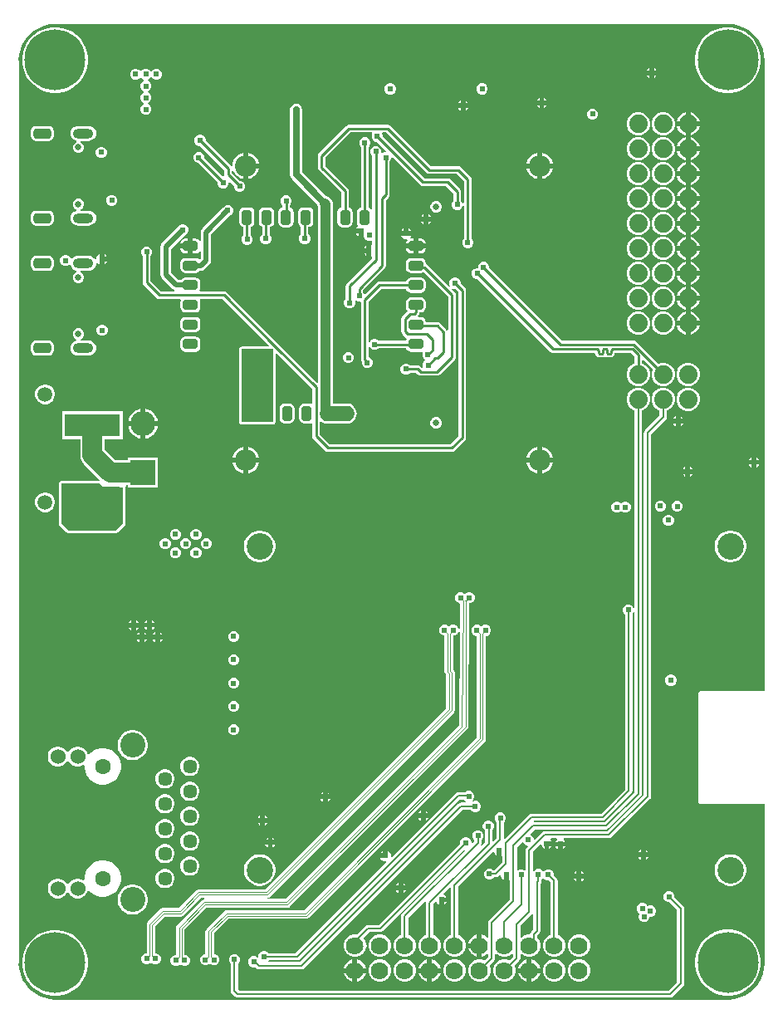
<source format=gbl>
G04*
G04 #@! TF.GenerationSoftware,Altium Limited,Altium Designer,23.4.1 (23)*
G04*
G04 Layer_Physical_Order=4*
G04 Layer_Color=16711680*
%FSLAX44Y44*%
%MOMM*%
G71*
G04*
G04 #@! TF.SameCoordinates,A498DFDA-0769-4059-8707-A0DE4882B552*
G04*
G04*
G04 #@! TF.FilePolarity,Positive*
G04*
G01*
G75*
%ADD13C,0.2540*%
%ADD102C,0.2030*%
%ADD103C,0.1153*%
%ADD104C,0.1489*%
%ADD108C,0.7000*%
%ADD109C,0.5400*%
%ADD112C,2.0000*%
%ADD114C,2.7000*%
%ADD116C,0.6604*%
%ADD117C,2.2098*%
G04:AMPARAMS|DCode=118|XSize=1.8mm|YSize=1mm|CornerRadius=0.25mm|HoleSize=0mm|Usage=FLASHONLY|Rotation=0.000|XOffset=0mm|YOffset=0mm|HoleType=Round|Shape=RoundedRectangle|*
%AMROUNDEDRECTD118*
21,1,1.8000,0.5000,0,0,0.0*
21,1,1.3000,1.0000,0,0,0.0*
1,1,0.5000,0.6500,-0.2500*
1,1,0.5000,-0.6500,-0.2500*
1,1,0.5000,-0.6500,0.2500*
1,1,0.5000,0.6500,0.2500*
%
%ADD118ROUNDEDRECTD118*%
%ADD119O,2.1000X1.0000*%
%ADD120C,0.6500*%
%ADD121R,2.5500X2.5500*%
%ADD122C,2.5500*%
%ADD123C,1.5080*%
%ADD124C,1.6000*%
%ADD125C,1.5300*%
%ADD126C,1.4460*%
%ADD127C,0.6200*%
%ADD128C,6.2000*%
%ADD129C,1.2700*%
%ADD130C,1.0000*%
%ADD132R,5.6000X2.3000*%
G04:AMPARAMS|DCode=133|XSize=1.5mm|YSize=1.016mm|CornerRadius=0.254mm|HoleSize=0mm|Usage=FLASHONLY|Rotation=270.000|XOffset=0mm|YOffset=0mm|HoleType=Round|Shape=RoundedRectangle|*
%AMROUNDEDRECTD133*
21,1,1.5000,0.5080,0,0,270.0*
21,1,0.9920,1.0160,0,0,270.0*
1,1,0.5080,-0.2540,-0.4960*
1,1,0.5080,-0.2540,0.4960*
1,1,0.5080,0.2540,0.4960*
1,1,0.5080,0.2540,-0.4960*
%
%ADD133ROUNDEDRECTD133*%
G04:AMPARAMS|DCode=134|XSize=1.5mm|YSize=1.016mm|CornerRadius=0.254mm|HoleSize=0mm|Usage=FLASHONLY|Rotation=180.000|XOffset=0mm|YOffset=0mm|HoleType=Round|Shape=RoundedRectangle|*
%AMROUNDEDRECTD134*
21,1,1.5000,0.5080,0,0,180.0*
21,1,0.9920,1.0160,0,0,180.0*
1,1,0.5080,-0.4960,0.2540*
1,1,0.5080,0.4960,0.2540*
1,1,0.5080,0.4960,-0.2540*
1,1,0.5080,-0.4960,-0.2540*
%
%ADD134ROUNDEDRECTD134*%
%ADD135C,1.5000*%
%ADD136R,3.1999X7.4164*%
%ADD137C,1.7800*%
%ADD138C,1.8800*%
G36*
X781799Y1046936D02*
X787503Y1045567D01*
X792923Y1043322D01*
X797925Y1040257D01*
X802385Y1036447D01*
X806195Y1031986D01*
X809260Y1026984D01*
X811506Y1021564D01*
X812875Y1015860D01*
X813324Y1010153D01*
X813296Y1010012D01*
Y367348D01*
X813245Y367306D01*
X748245D01*
X747254Y367109D01*
X746413Y366547D01*
X745852Y365707D01*
X745655Y364716D01*
Y254716D01*
X745852Y253725D01*
X746413Y252885D01*
X747254Y252324D01*
X748245Y252126D01*
X813245D01*
X813296Y252084D01*
Y90012D01*
X813324Y89870D01*
X812875Y84164D01*
X811506Y78459D01*
X809260Y73039D01*
X806195Y68038D01*
X802385Y63577D01*
X797925Y59767D01*
X792923Y56702D01*
X787503Y54457D01*
X781799Y53087D01*
X776092Y52638D01*
X775950Y52666D01*
X89951D01*
X89809Y52638D01*
X84102Y53087D01*
X78398Y54457D01*
X72978Y56702D01*
X67976Y59767D01*
X63516Y63577D01*
X59706Y68038D01*
X56641Y73039D01*
X54395Y78459D01*
X53026Y84164D01*
X52577Y89870D01*
X52605Y90012D01*
Y1010012D01*
X52577Y1010153D01*
X53026Y1015860D01*
X54395Y1021564D01*
X56641Y1026984D01*
X59706Y1031986D01*
X63516Y1036447D01*
X67976Y1040257D01*
X72978Y1043322D01*
X78398Y1045567D01*
X84102Y1046936D01*
X89809Y1047385D01*
X89951Y1047357D01*
X775950D01*
X776092Y1047385D01*
X781799Y1046936D01*
D02*
G37*
%LPC*%
G36*
X700492Y1002527D02*
Y999958D01*
X703061D01*
X702773Y1000653D01*
X701187Y1002239D01*
X700492Y1002527D01*
D02*
G37*
G36*
X695492D02*
X694797Y1002239D01*
X693211Y1000653D01*
X692923Y999958D01*
X695492D01*
Y1002527D01*
D02*
G37*
G36*
X194157Y1001574D02*
X191913D01*
X189840Y1000715D01*
X188444Y999319D01*
X187701Y999210D01*
X186958Y999319D01*
X185562Y1000715D01*
X183489Y1001574D01*
X181245D01*
X179172Y1000715D01*
X177776Y999319D01*
X177033Y999210D01*
X176290Y999319D01*
X174893Y1000715D01*
X172821Y1001574D01*
X170577D01*
X168504Y1000715D01*
X166917Y999129D01*
X166059Y997056D01*
Y994812D01*
X166917Y992739D01*
X168504Y991153D01*
X170577Y990294D01*
X172821D01*
X174893Y991153D01*
X176290Y992549D01*
X177033Y992658D01*
X177776Y992549D01*
X179172Y991153D01*
X180323Y990676D01*
Y989301D01*
X179168Y988822D01*
X177581Y987236D01*
X176723Y985163D01*
Y982919D01*
X177581Y980846D01*
X179168Y979260D01*
X180321Y978782D01*
Y977407D01*
X179168Y976929D01*
X177581Y975343D01*
X176723Y973270D01*
Y971026D01*
X177581Y968953D01*
X179168Y967366D01*
X180321Y966889D01*
Y965514D01*
X179168Y965036D01*
X177581Y963450D01*
X176723Y961377D01*
Y959133D01*
X177581Y957060D01*
X179168Y955473D01*
X181241Y954615D01*
X183484D01*
X185557Y955473D01*
X187144Y957060D01*
X188002Y959133D01*
Y961377D01*
X187144Y963450D01*
X185557Y965036D01*
X184404Y965514D01*
Y966889D01*
X185557Y967366D01*
X187144Y968953D01*
X188002Y971026D01*
Y973270D01*
X187144Y975343D01*
X185557Y976929D01*
X184404Y977407D01*
Y978782D01*
X185557Y979260D01*
X187144Y980846D01*
X188002Y982919D01*
Y985163D01*
X187144Y987236D01*
X185557Y988822D01*
X184406Y989299D01*
Y990674D01*
X185562Y991153D01*
X186958Y992549D01*
X187701Y992658D01*
X188444Y992549D01*
X189840Y991153D01*
X191913Y990294D01*
X194157D01*
X196229Y991153D01*
X197816Y992739D01*
X198675Y994812D01*
Y997056D01*
X197816Y999129D01*
X196229Y1000715D01*
X194157Y1001574D01*
D02*
G37*
G36*
X703061Y994958D02*
X700492D01*
Y992389D01*
X701187Y992677D01*
X702773Y994263D01*
X703061Y994958D01*
D02*
G37*
G36*
X695492D02*
X692923D01*
X693211Y994263D01*
X694797Y992677D01*
X695492Y992389D01*
Y994958D01*
D02*
G37*
G36*
X778340Y1044050D02*
X773060D01*
X767846Y1043224D01*
X762825Y1041593D01*
X758121Y1039196D01*
X753850Y1036093D01*
X750117Y1032360D01*
X747014Y1028089D01*
X744617Y1023385D01*
X742986Y1018364D01*
X742160Y1013150D01*
Y1007870D01*
X742986Y1002656D01*
X744617Y997635D01*
X747014Y992931D01*
X750117Y988660D01*
X753850Y984927D01*
X758121Y981824D01*
X762825Y979427D01*
X767846Y977796D01*
X773060Y976970D01*
X778340D01*
X783554Y977796D01*
X788575Y979427D01*
X793279Y981824D01*
X797550Y984927D01*
X801283Y988660D01*
X804386Y992931D01*
X806783Y997635D01*
X808414Y1002656D01*
X809240Y1007870D01*
Y1013150D01*
X808414Y1018364D01*
X806783Y1023385D01*
X804386Y1028089D01*
X801283Y1032360D01*
X797550Y1036093D01*
X793279Y1039196D01*
X788575Y1041593D01*
X783554Y1043224D01*
X778340Y1044050D01*
D02*
G37*
G36*
X92340D02*
X87060D01*
X81846Y1043224D01*
X76825Y1041593D01*
X72121Y1039196D01*
X67850Y1036093D01*
X64117Y1032360D01*
X61014Y1028089D01*
X58617Y1023385D01*
X56986Y1018364D01*
X56160Y1013150D01*
Y1007870D01*
X56986Y1002656D01*
X58617Y997635D01*
X61014Y992931D01*
X64117Y988660D01*
X67850Y984927D01*
X72121Y981824D01*
X76825Y979427D01*
X81846Y977796D01*
X87060Y976970D01*
X92340D01*
X97554Y977796D01*
X102575Y979427D01*
X107279Y981824D01*
X111550Y984927D01*
X115283Y988660D01*
X118386Y992931D01*
X120783Y997635D01*
X122414Y1002656D01*
X123240Y1007870D01*
Y1013150D01*
X122414Y1018364D01*
X120783Y1023385D01*
X118386Y1028089D01*
X115283Y1032360D01*
X111550Y1036093D01*
X107279Y1039196D01*
X102575Y1041593D01*
X97554Y1043224D01*
X92340Y1044050D01*
D02*
G37*
G36*
X526402Y986735D02*
X524158D01*
X522085Y985876D01*
X520499Y984289D01*
X519640Y982216D01*
Y979973D01*
X520499Y977900D01*
X522085Y976313D01*
X524158Y975455D01*
X526402D01*
X528475Y976313D01*
X530061Y977900D01*
X530920Y979973D01*
Y982216D01*
X530061Y984289D01*
X528475Y985876D01*
X526402Y986735D01*
D02*
G37*
G36*
X432504D02*
X430260D01*
X428187Y985876D01*
X426600Y984289D01*
X425742Y982216D01*
Y979973D01*
X426600Y977900D01*
X428187Y976313D01*
X430260Y975455D01*
X432504D01*
X434576Y976313D01*
X436163Y977900D01*
X437022Y979973D01*
Y982216D01*
X436163Y984289D01*
X434576Y985876D01*
X432504Y986735D01*
D02*
G37*
G36*
X588478Y972047D02*
Y969478D01*
X591047D01*
X590759Y970173D01*
X589173Y971759D01*
X588478Y972047D01*
D02*
G37*
G36*
X583478D02*
X582783Y971759D01*
X581197Y970173D01*
X580909Y969478D01*
X583478D01*
Y972047D01*
D02*
G37*
G36*
X508214Y969253D02*
Y966684D01*
X510783D01*
X510495Y967379D01*
X508909Y968965D01*
X508214Y969253D01*
D02*
G37*
G36*
X503214D02*
X502519Y968965D01*
X500933Y967379D01*
X500645Y966684D01*
X503214D01*
Y969253D01*
D02*
G37*
G36*
X591047Y964478D02*
X588478D01*
Y961909D01*
X589173Y962197D01*
X590759Y963783D01*
X591047Y964478D01*
D02*
G37*
G36*
X583478D02*
X580909D01*
X581197Y963783D01*
X582783Y962197D01*
X583478Y961909D01*
Y964478D01*
D02*
G37*
G36*
X510783Y961684D02*
X508214D01*
Y959115D01*
X508909Y959403D01*
X510495Y960989D01*
X510783Y961684D01*
D02*
G37*
G36*
X503214D02*
X500645D01*
X500933Y960989D01*
X502519Y959403D01*
X503214Y959115D01*
Y961684D01*
D02*
G37*
G36*
X638916Y960934D02*
X636672D01*
X634599Y960075D01*
X633013Y958489D01*
X632154Y956416D01*
Y954172D01*
X633013Y952099D01*
X634599Y950513D01*
X636672Y949654D01*
X638916D01*
X640989Y950513D01*
X642575Y952099D01*
X643434Y954172D01*
Y956416D01*
X642575Y958489D01*
X640989Y960075D01*
X638916Y960934D01*
D02*
G37*
G36*
X737691Y957091D02*
Y947900D01*
X746883D01*
X746318Y950009D01*
X744746Y952731D01*
X742523Y954954D01*
X739800Y956526D01*
X737691Y957091D01*
D02*
G37*
G36*
X732691D02*
X730583Y956526D01*
X727860Y954954D01*
X725637Y952731D01*
X724065Y950009D01*
X723500Y947900D01*
X732691D01*
Y957091D01*
D02*
G37*
G36*
X746883Y942900D02*
X737691D01*
Y933709D01*
X739800Y934274D01*
X742523Y935846D01*
X744746Y938069D01*
X746318Y940791D01*
X746883Y942900D01*
D02*
G37*
G36*
X732691D02*
X723500D01*
X724065Y940791D01*
X725637Y938069D01*
X727860Y935846D01*
X730583Y934274D01*
X732691Y933709D01*
Y942900D01*
D02*
G37*
G36*
X711363Y957340D02*
X708220D01*
X705183Y956526D01*
X702460Y954954D01*
X700237Y952731D01*
X698665Y950009D01*
X697851Y946972D01*
Y943828D01*
X698665Y940791D01*
X700237Y938069D01*
X702460Y935846D01*
X705183Y934274D01*
X708220Y933460D01*
X711363D01*
X714400Y934274D01*
X717123Y935846D01*
X719346Y938069D01*
X720918Y940791D01*
X721731Y943828D01*
Y946972D01*
X720918Y950009D01*
X719346Y952731D01*
X717123Y954954D01*
X714400Y956526D01*
X711363Y957340D01*
D02*
G37*
G36*
X685963D02*
X682820D01*
X679783Y956526D01*
X677060Y954954D01*
X674837Y952731D01*
X673265Y950009D01*
X672451Y946972D01*
Y943828D01*
X673265Y940791D01*
X674837Y938069D01*
X677060Y935846D01*
X679783Y934274D01*
X682820Y933460D01*
X685963D01*
X689000Y934274D01*
X691723Y935846D01*
X693946Y938069D01*
X695518Y940791D01*
X696331Y943828D01*
Y946972D01*
X695518Y950009D01*
X693946Y952731D01*
X691723Y954954D01*
X689000Y956526D01*
X685963Y957340D01*
D02*
G37*
G36*
X83203Y943368D02*
X70203D01*
X68236Y942977D01*
X66569Y941863D01*
X65455Y940196D01*
X65064Y938229D01*
Y933229D01*
X65455Y931263D01*
X66569Y929596D01*
X68236Y928482D01*
X70203Y928091D01*
X83203D01*
X85169Y928482D01*
X86836Y929596D01*
X87950Y931263D01*
X88342Y933229D01*
Y938229D01*
X87950Y940196D01*
X86836Y941863D01*
X85169Y942977D01*
X83203Y943368D01*
D02*
G37*
G36*
X737691Y931691D02*
Y922500D01*
X746883D01*
X746318Y924609D01*
X744746Y927331D01*
X742523Y929554D01*
X739800Y931126D01*
X737691Y931691D01*
D02*
G37*
G36*
X732691D02*
X730583Y931126D01*
X727860Y929554D01*
X725637Y927331D01*
X724065Y924609D01*
X723500Y922500D01*
X732691D01*
Y931691D01*
D02*
G37*
G36*
X124003Y943334D02*
X113003D01*
X111034Y943075D01*
X109200Y942316D01*
X107625Y941107D01*
X106417Y939532D01*
X105657Y937698D01*
X105398Y935729D01*
X105657Y933761D01*
X106417Y931927D01*
X107625Y930352D01*
X109200Y929143D01*
X111034Y928383D01*
X111648Y928303D01*
X111819Y926999D01*
X110223Y926338D01*
X108594Y924709D01*
X107713Y922581D01*
Y920278D01*
X108594Y918150D01*
X110223Y916521D01*
X112351Y915639D01*
X114655D01*
X116783Y916521D01*
X118411Y918150D01*
X119293Y920278D01*
Y922581D01*
X118411Y924709D01*
X116783Y926338D01*
X115536Y926854D01*
X115788Y928124D01*
X124003D01*
X125971Y928383D01*
X127805Y929143D01*
X129380Y930352D01*
X130589Y931927D01*
X131349Y933761D01*
X131608Y935729D01*
X131349Y937698D01*
X130589Y939532D01*
X129380Y941107D01*
X127805Y942316D01*
X125971Y943075D01*
X124003Y943334D01*
D02*
G37*
G36*
X138017Y922169D02*
X135773D01*
X133700Y921311D01*
X132114Y919724D01*
X131255Y917651D01*
Y915407D01*
X132114Y913335D01*
X133700Y911748D01*
X135773Y910889D01*
X138017D01*
X140090Y911748D01*
X141676Y913335D01*
X142535Y915407D01*
Y917651D01*
X141676Y919724D01*
X140090Y921311D01*
X138017Y922169D01*
D02*
G37*
G36*
X746883Y917500D02*
X737691D01*
Y908309D01*
X739800Y908874D01*
X742523Y910446D01*
X744746Y912669D01*
X746318Y915391D01*
X746883Y917500D01*
D02*
G37*
G36*
X732691D02*
X723500D01*
X724065Y915391D01*
X725637Y912669D01*
X727860Y910446D01*
X730583Y908874D01*
X732691Y908309D01*
Y917500D01*
D02*
G37*
G36*
X711363Y931940D02*
X708220D01*
X705183Y931126D01*
X702460Y929554D01*
X700237Y927331D01*
X698665Y924609D01*
X697851Y921572D01*
Y918428D01*
X698665Y915391D01*
X700237Y912669D01*
X702460Y910446D01*
X705183Y908874D01*
X708220Y908060D01*
X711363D01*
X714400Y908874D01*
X717123Y910446D01*
X719346Y912669D01*
X720918Y915391D01*
X721731Y918428D01*
Y921572D01*
X720918Y924609D01*
X719346Y927331D01*
X717123Y929554D01*
X714400Y931126D01*
X711363Y931940D01*
D02*
G37*
G36*
X685963D02*
X682820D01*
X679783Y931126D01*
X677060Y929554D01*
X674837Y927331D01*
X673265Y924609D01*
X672451Y921572D01*
Y918428D01*
X673265Y915391D01*
X674837Y912669D01*
X677060Y910446D01*
X679783Y908874D01*
X682820Y908060D01*
X685963D01*
X689000Y908874D01*
X691723Y910446D01*
X693946Y912669D01*
X695518Y915391D01*
X696331Y918428D01*
Y921572D01*
X695518Y924609D01*
X693946Y927331D01*
X691723Y929554D01*
X689000Y931126D01*
X685963Y931940D01*
D02*
G37*
G36*
X286590Y916149D02*
Y905250D01*
X297489D01*
X296754Y907996D01*
X294964Y911094D01*
X292434Y913624D01*
X289336Y915414D01*
X286590Y916149D01*
D02*
G37*
G36*
X586564D02*
Y905250D01*
X597463D01*
X596727Y907996D01*
X594938Y911094D01*
X592408Y913624D01*
X589310Y915414D01*
X586564Y916149D01*
D02*
G37*
G36*
X581564Y916149D02*
X578819Y915414D01*
X575721Y913624D01*
X573191Y911094D01*
X571402Y907996D01*
X570666Y905250D01*
X581564D01*
Y916149D01*
D02*
G37*
G36*
X737691Y906291D02*
Y897100D01*
X746883D01*
X746318Y899209D01*
X744746Y901931D01*
X742523Y904154D01*
X739800Y905726D01*
X737691Y906291D01*
D02*
G37*
G36*
X732691D02*
X730583Y905726D01*
X727860Y904154D01*
X725637Y901931D01*
X724065Y899209D01*
X723500Y897100D01*
X732691D01*
Y906291D01*
D02*
G37*
G36*
X238612Y934264D02*
X236368D01*
X234295Y933405D01*
X232709Y931819D01*
X231850Y929746D01*
Y927502D01*
X232709Y925429D01*
X234295Y923843D01*
X236368Y922984D01*
X237636D01*
X262307Y898313D01*
Y893572D01*
X262467Y892770D01*
X261632Y891538D01*
X261527Y891479D01*
X260863Y891440D01*
X241860Y910444D01*
Y912220D01*
X241001Y914293D01*
X239415Y915879D01*
X237342Y916738D01*
X235098D01*
X233025Y915879D01*
X231439Y914293D01*
X230580Y912220D01*
Y909976D01*
X231439Y907903D01*
X233025Y906317D01*
X235098Y905458D01*
X235858D01*
X255472Y885844D01*
Y884068D01*
X256331Y881995D01*
X257917Y880409D01*
X259990Y879550D01*
X262234D01*
X264307Y880409D01*
X265893Y881995D01*
X266752Y884068D01*
Y885722D01*
X268022Y886248D01*
X272236Y882034D01*
Y880766D01*
X273095Y878693D01*
X274681Y877107D01*
X276754Y876248D01*
X278998D01*
X281071Y877107D01*
X282657Y878693D01*
X283516Y880766D01*
Y883010D01*
X282657Y885083D01*
X281071Y886669D01*
X278998Y887528D01*
X277730D01*
X270077Y895181D01*
Y897640D01*
X271347Y897808D01*
X271428Y897505D01*
X273217Y894407D01*
X275747Y891877D01*
X278845Y890088D01*
X281590Y889352D01*
Y902750D01*
Y916149D01*
X278845Y915414D01*
X275747Y913624D01*
X273217Y911094D01*
X271428Y907996D01*
X270501Y904540D01*
Y902616D01*
X269231Y902231D01*
X268939Y902669D01*
X243130Y928478D01*
Y929746D01*
X242271Y931819D01*
X240685Y933405D01*
X238612Y934264D01*
D02*
G37*
G36*
X581564Y900250D02*
X570666D01*
X571402Y897505D01*
X573191Y894407D01*
X575721Y891877D01*
X578819Y890088D01*
X581564Y889352D01*
Y900250D01*
D02*
G37*
G36*
X597463D02*
X586564D01*
Y889352D01*
X589310Y890088D01*
X592408Y891877D01*
X594938Y894407D01*
X596727Y897505D01*
X597463Y900250D01*
D02*
G37*
G36*
X297489Y900250D02*
X286590D01*
Y889352D01*
X289336Y890088D01*
X292434Y891877D01*
X294964Y894407D01*
X296754Y897505D01*
X297489Y900250D01*
D02*
G37*
G36*
X746883Y892100D02*
X737691D01*
Y882909D01*
X739800Y883474D01*
X742523Y885046D01*
X744746Y887269D01*
X746318Y889991D01*
X746883Y892100D01*
D02*
G37*
G36*
X732691D02*
X723500D01*
X724065Y889991D01*
X725637Y887269D01*
X727860Y885046D01*
X730583Y883474D01*
X732691Y882909D01*
Y892100D01*
D02*
G37*
G36*
X711363Y906540D02*
X708220D01*
X705183Y905726D01*
X702460Y904154D01*
X700237Y901931D01*
X698665Y899209D01*
X697851Y896172D01*
Y893028D01*
X698665Y889991D01*
X700237Y887269D01*
X702460Y885046D01*
X705183Y883474D01*
X708220Y882660D01*
X711363D01*
X714400Y883474D01*
X717123Y885046D01*
X719346Y887269D01*
X720918Y889991D01*
X721731Y893028D01*
Y896172D01*
X720918Y899209D01*
X719346Y901931D01*
X717123Y904154D01*
X714400Y905726D01*
X711363Y906540D01*
D02*
G37*
G36*
X685963D02*
X682820D01*
X679783Y905726D01*
X677060Y904154D01*
X674837Y901931D01*
X673265Y899209D01*
X672451Y896172D01*
Y893028D01*
X673265Y889991D01*
X674837Y887269D01*
X677060Y885046D01*
X679783Y883474D01*
X682820Y882660D01*
X685963D01*
X689000Y883474D01*
X691723Y885046D01*
X693946Y887269D01*
X695518Y889991D01*
X696331Y893028D01*
Y896172D01*
X695518Y899209D01*
X693946Y901931D01*
X691723Y904154D01*
X689000Y905726D01*
X685963Y906540D01*
D02*
G37*
G36*
X737691Y880891D02*
Y871700D01*
X746883D01*
X746318Y873809D01*
X744746Y876531D01*
X742523Y878754D01*
X739800Y880326D01*
X737691Y880891D01*
D02*
G37*
G36*
X732691D02*
X730583Y880326D01*
X727860Y878754D01*
X725637Y876531D01*
X724065Y873809D01*
X723500Y871700D01*
X732691D01*
Y880891D01*
D02*
G37*
G36*
X148622Y873140D02*
X146378D01*
X144305Y872281D01*
X142719Y870695D01*
X141860Y868622D01*
Y866378D01*
X142719Y864305D01*
X144305Y862719D01*
X146378Y861860D01*
X148622D01*
X150695Y862719D01*
X152281Y864305D01*
X153140Y866378D01*
Y868622D01*
X152281Y870695D01*
X150695Y872281D01*
X148622Y873140D01*
D02*
G37*
G36*
X746883Y866700D02*
X737691D01*
Y857509D01*
X739800Y858074D01*
X742523Y859646D01*
X744746Y861869D01*
X746318Y864591D01*
X746883Y866700D01*
D02*
G37*
G36*
X732691D02*
X723500D01*
X724065Y864591D01*
X725637Y861869D01*
X727860Y859646D01*
X730583Y858074D01*
X732691Y857509D01*
Y866700D01*
D02*
G37*
G36*
X711363Y881140D02*
X708220D01*
X705183Y880326D01*
X702460Y878754D01*
X700237Y876531D01*
X698665Y873809D01*
X697851Y870772D01*
Y867628D01*
X698665Y864591D01*
X700237Y861869D01*
X702460Y859646D01*
X705183Y858074D01*
X708220Y857260D01*
X711363D01*
X714400Y858074D01*
X717123Y859646D01*
X719346Y861869D01*
X720918Y864591D01*
X721731Y867628D01*
Y870772D01*
X720918Y873809D01*
X719346Y876531D01*
X717123Y878754D01*
X714400Y880326D01*
X711363Y881140D01*
D02*
G37*
G36*
X685963D02*
X682820D01*
X679783Y880326D01*
X677060Y878754D01*
X674837Y876531D01*
X673265Y873809D01*
X672451Y870772D01*
Y867628D01*
X673265Y864591D01*
X674837Y861869D01*
X677060Y859646D01*
X679783Y858074D01*
X682820Y857260D01*
X685963D01*
X689000Y858074D01*
X691723Y859646D01*
X693946Y861869D01*
X695518Y864591D01*
X696331Y867628D01*
Y870772D01*
X695518Y873809D01*
X693946Y876531D01*
X691723Y878754D01*
X689000Y880326D01*
X685963Y881140D01*
D02*
G37*
G36*
X479513Y866683D02*
X477188D01*
X475041Y865793D01*
X473398Y864150D01*
X472509Y862003D01*
Y859678D01*
X473398Y857531D01*
X475041Y855888D01*
X477188Y854999D01*
X479513D01*
X481660Y855888D01*
X483303Y857531D01*
X484193Y859678D01*
Y862003D01*
X483303Y864150D01*
X481660Y865793D01*
X479513Y866683D01*
D02*
G37*
G36*
X470622Y853429D02*
Y850860D01*
X473191D01*
X472903Y851555D01*
X471317Y853141D01*
X470622Y853429D01*
D02*
G37*
G36*
X465622D02*
X464927Y853141D01*
X463341Y851555D01*
X463053Y850860D01*
X465622D01*
Y853429D01*
D02*
G37*
G36*
X737691Y855491D02*
Y846300D01*
X746883D01*
X746318Y848409D01*
X744746Y851131D01*
X742523Y853354D01*
X739800Y854926D01*
X737691Y855491D01*
D02*
G37*
G36*
X732691D02*
X730583Y854926D01*
X727860Y853354D01*
X725637Y851131D01*
X724065Y848409D01*
X723500Y846300D01*
X732691D01*
Y855491D01*
D02*
G37*
G36*
X473191Y845860D02*
X470622D01*
Y843291D01*
X471317Y843579D01*
X472903Y845165D01*
X473191Y845860D01*
D02*
G37*
G36*
X465622D02*
X463053D01*
X463341Y845165D01*
X464927Y843579D01*
X465622Y843291D01*
Y845860D01*
D02*
G37*
G36*
X114655Y869419D02*
X112351D01*
X110223Y868538D01*
X108594Y866909D01*
X107713Y864781D01*
Y862478D01*
X108594Y860350D01*
X110223Y858721D01*
X111819Y858060D01*
X111648Y856756D01*
X111034Y856675D01*
X109200Y855916D01*
X107625Y854707D01*
X106417Y853132D01*
X105657Y851298D01*
X105398Y849329D01*
X105657Y847361D01*
X106417Y845527D01*
X107625Y843952D01*
X109200Y842743D01*
X111034Y841983D01*
X113003Y841724D01*
X124003D01*
X125971Y841983D01*
X127805Y842743D01*
X129380Y843952D01*
X130589Y845527D01*
X131349Y847361D01*
X131608Y849329D01*
X131349Y851298D01*
X130589Y853132D01*
X129380Y854707D01*
X127805Y855916D01*
X125971Y856675D01*
X124003Y856934D01*
X115788D01*
X115536Y858204D01*
X116783Y858721D01*
X118411Y860350D01*
X119293Y862478D01*
Y864781D01*
X118411Y866909D01*
X116783Y868538D01*
X114655Y869419D01*
D02*
G37*
G36*
X83203Y856968D02*
X70203D01*
X68236Y856577D01*
X66569Y855463D01*
X65455Y853796D01*
X65064Y851829D01*
Y846829D01*
X65455Y844863D01*
X66569Y843196D01*
X68236Y842082D01*
X70203Y841691D01*
X83203D01*
X85169Y842082D01*
X86836Y843196D01*
X87950Y844863D01*
X88342Y846829D01*
Y851829D01*
X87950Y853796D01*
X86836Y855463D01*
X85169Y856577D01*
X83203Y856968D01*
D02*
G37*
G36*
X326496Y872542D02*
X324252D01*
X322179Y871683D01*
X320593Y870097D01*
X319734Y868024D01*
Y865780D01*
X320593Y863707D01*
X321489Y862811D01*
Y860181D01*
X320686Y860021D01*
X319006Y858898D01*
X317883Y857218D01*
X317488Y855236D01*
Y845316D01*
X317883Y843334D01*
X319006Y841654D01*
X320686Y840531D01*
X322668Y840136D01*
X327748D01*
X329730Y840531D01*
X331410Y841654D01*
X332533Y843334D01*
X332928Y845316D01*
Y855236D01*
X332533Y857218D01*
X331410Y858898D01*
X329730Y860021D01*
X329259Y860115D01*
Y862811D01*
X330155Y863707D01*
X331014Y865780D01*
Y868024D01*
X330155Y870097D01*
X328569Y871683D01*
X326496Y872542D01*
D02*
G37*
G36*
X450302Y838951D02*
Y836382D01*
X452871D01*
X452583Y837077D01*
X450997Y838663D01*
X450302Y838951D01*
D02*
G37*
G36*
X445302D02*
X444607Y838663D01*
X443021Y837077D01*
X442733Y836382D01*
X445302D01*
Y838951D01*
D02*
G37*
G36*
X746883Y841300D02*
X737691D01*
Y832109D01*
X739800Y832674D01*
X742523Y834246D01*
X744746Y836469D01*
X746318Y839191D01*
X746883Y841300D01*
D02*
G37*
G36*
X732691D02*
X723500D01*
X724065Y839191D01*
X725637Y836469D01*
X727860Y834246D01*
X730583Y832674D01*
X732691Y832109D01*
Y841300D01*
D02*
G37*
G36*
X711363Y855740D02*
X708220D01*
X705183Y854926D01*
X702460Y853354D01*
X700237Y851131D01*
X698665Y848409D01*
X697851Y845372D01*
Y842228D01*
X698665Y839191D01*
X700237Y836469D01*
X702460Y834246D01*
X705183Y832674D01*
X708220Y831860D01*
X711363D01*
X714400Y832674D01*
X717123Y834246D01*
X719346Y836469D01*
X720918Y839191D01*
X721731Y842228D01*
Y845372D01*
X720918Y848409D01*
X719346Y851131D01*
X717123Y853354D01*
X714400Y854926D01*
X711363Y855740D01*
D02*
G37*
G36*
X685963D02*
X682820D01*
X679783Y854926D01*
X677060Y853354D01*
X674837Y851131D01*
X673265Y848409D01*
X672451Y845372D01*
Y842228D01*
X673265Y839191D01*
X674837Y836469D01*
X677060Y834246D01*
X679783Y832674D01*
X682820Y831860D01*
X685963D01*
X689000Y832674D01*
X691723Y834246D01*
X693946Y836469D01*
X695518Y839191D01*
X696331Y842228D01*
Y845372D01*
X695518Y848409D01*
X693946Y851131D01*
X691723Y853354D01*
X689000Y854926D01*
X685963Y855740D01*
D02*
G37*
G36*
X399074Y833922D02*
X396505D01*
X396793Y833227D01*
X398379Y831641D01*
X399074Y831353D01*
Y833922D01*
D02*
G37*
G36*
X266952Y862890D02*
X264708D01*
X262635Y862031D01*
X261049Y860445D01*
X260751Y859727D01*
X239808Y838784D01*
X238650Y837050D01*
X238243Y835006D01*
X238243Y835006D01*
Y826577D01*
X236973Y826191D01*
X236331Y827153D01*
X234650Y828276D01*
X232668Y828671D01*
X230208D01*
Y820951D01*
Y813232D01*
X232668D01*
X234650Y813626D01*
X236331Y814749D01*
X236973Y815711D01*
X238243Y815325D01*
Y808409D01*
X236929Y807095D01*
X236330Y807153D01*
X234650Y808276D01*
X232668Y808671D01*
X222748D01*
X220766Y808276D01*
X219086Y807153D01*
X217963Y805473D01*
X217568Y803491D01*
Y798411D01*
X217963Y796429D01*
X219086Y794749D01*
X220766Y793626D01*
X222748Y793232D01*
X232668D01*
X234650Y793626D01*
X236331Y794749D01*
X236905Y795608D01*
X238341D01*
X238341Y795608D01*
X240385Y796015D01*
X242119Y797173D01*
X247364Y802418D01*
X247364Y802418D01*
X248522Y804151D01*
X248929Y806196D01*
Y832793D01*
X268307Y852171D01*
X269025Y852469D01*
X270611Y854055D01*
X271470Y856128D01*
Y858372D01*
X270611Y860445D01*
X269025Y862031D01*
X266952Y862890D01*
D02*
G37*
G36*
X462668Y828671D02*
X460208D01*
Y823451D01*
X467848D01*
Y823491D01*
X467453Y825473D01*
X466330Y827153D01*
X464650Y828276D01*
X462668Y828671D01*
D02*
G37*
G36*
X452871Y831382D02*
X442733D01*
X443021Y830687D01*
X444607Y829101D01*
X446680Y828242D01*
X448429D01*
X448778Y827664D01*
X448980Y826995D01*
X447963Y825473D01*
X447569Y823491D01*
Y823451D01*
X455208D01*
Y828671D01*
X452748D01*
X452267Y828575D01*
X451641Y829745D01*
X452583Y830687D01*
X452871Y831382D01*
D02*
G37*
G36*
X225208Y828671D02*
X222748D01*
X220766Y828276D01*
X219086Y827153D01*
X217963Y825473D01*
X217568Y823491D01*
Y823451D01*
X225208D01*
Y828671D01*
D02*
G37*
G36*
X347828Y860415D02*
X342748D01*
X340766Y860021D01*
X339086Y858898D01*
X337963Y857218D01*
X337569Y855236D01*
Y845316D01*
X337963Y843334D01*
X339086Y841654D01*
X340285Y840852D01*
Y832639D01*
X339389Y831743D01*
X338530Y829670D01*
Y827426D01*
X339389Y825353D01*
X340975Y823767D01*
X343048Y822908D01*
X345292D01*
X347365Y823767D01*
X348951Y825353D01*
X349810Y827426D01*
Y829670D01*
X348951Y831743D01*
X348055Y832639D01*
Y840182D01*
X349810Y840531D01*
X351491Y841654D01*
X352613Y843334D01*
X353008Y845316D01*
Y855236D01*
X352613Y857218D01*
X351491Y858898D01*
X349810Y860021D01*
X347828Y860415D01*
D02*
G37*
G36*
X307748D02*
X302668D01*
X300686Y860021D01*
X299006Y858898D01*
X297883Y857218D01*
X297488Y855236D01*
Y845316D01*
X297883Y843334D01*
X299006Y841654D01*
X300686Y840531D01*
X300992Y840470D01*
Y832717D01*
X299765Y831489D01*
X298906Y829416D01*
Y827172D01*
X299765Y825099D01*
X301351Y823513D01*
X303424Y822654D01*
X305668D01*
X307741Y823513D01*
X309327Y825099D01*
X310186Y827172D01*
Y829416D01*
X309327Y831489D01*
X308762Y832055D01*
Y840338D01*
X309730Y840531D01*
X311411Y841654D01*
X312533Y843334D01*
X312927Y845316D01*
Y855236D01*
X312533Y857218D01*
X311411Y858898D01*
X309730Y860021D01*
X307748Y860415D01*
D02*
G37*
G36*
X287748D02*
X282668D01*
X280686Y860021D01*
X279006Y858898D01*
X277883Y857218D01*
X277488Y855236D01*
Y845316D01*
X277883Y843334D01*
X279006Y841654D01*
X280686Y840531D01*
X281507Y840368D01*
Y831547D01*
X280793Y830834D01*
X279935Y828761D01*
Y826517D01*
X280793Y824444D01*
X282380Y822858D01*
X284453Y821999D01*
X286696D01*
X288769Y822858D01*
X290356Y824444D01*
X291215Y826517D01*
Y828761D01*
X290356Y830834D01*
X289276Y831914D01*
Y840440D01*
X289730Y840531D01*
X291411Y841654D01*
X292533Y843334D01*
X292927Y845316D01*
Y855236D01*
X292533Y857218D01*
X291411Y858898D01*
X289730Y860021D01*
X287748Y860415D01*
D02*
G37*
G36*
X737691Y830091D02*
Y820900D01*
X746883D01*
X746318Y823009D01*
X744746Y825731D01*
X742523Y827954D01*
X739800Y829526D01*
X737691Y830091D01*
D02*
G37*
G36*
X732691D02*
X730583Y829526D01*
X727860Y827954D01*
X725637Y825731D01*
X724065Y823009D01*
X723500Y820900D01*
X732691D01*
Y830091D01*
D02*
G37*
G36*
X407202Y821425D02*
X406507Y821137D01*
X404921Y819551D01*
X404633Y818856D01*
X407202D01*
Y821425D01*
D02*
G37*
G36*
X335534Y966278D02*
X333177Y965809D01*
X331179Y964475D01*
X329845Y962477D01*
X329376Y960120D01*
Y893572D01*
X329845Y891215D01*
X331179Y889217D01*
X357306Y863091D01*
X357398Y862394D01*
X357829Y861354D01*
Y856214D01*
X357635Y855236D01*
Y845316D01*
X357749Y844741D01*
Y690000D01*
Y682153D01*
X356576Y681667D01*
X318330Y719912D01*
X318209Y720093D01*
X315978Y722325D01*
X315797Y722446D01*
X264606Y773637D01*
X263345Y774479D01*
X261859Y774775D01*
X237695D01*
X237096Y775895D01*
X237453Y776429D01*
X237847Y778411D01*
Y783491D01*
X237453Y785473D01*
X236331Y787153D01*
X234650Y788276D01*
X232668Y788671D01*
X222748D01*
X220766Y788276D01*
X219086Y787153D01*
X218511Y786294D01*
X215672D01*
X207928Y794038D01*
Y818100D01*
X222187Y832359D01*
X222905Y832657D01*
X224491Y834243D01*
X225350Y836316D01*
Y838560D01*
X224491Y840633D01*
X222905Y842219D01*
X220832Y843078D01*
X218588D01*
X216515Y842219D01*
X214929Y840633D01*
X214631Y839915D01*
X198807Y824091D01*
X197649Y822357D01*
X197242Y820313D01*
X197242Y820313D01*
Y791825D01*
X197242Y791825D01*
X197649Y789781D01*
X198807Y788047D01*
X208566Y778288D01*
X208566Y778288D01*
X209219Y777852D01*
X209898Y777173D01*
X209898Y777173D01*
X211587Y776045D01*
X211607Y775949D01*
X211371Y774775D01*
X197697D01*
X187019Y785453D01*
Y810741D01*
X187915Y811637D01*
X188774Y813710D01*
Y815954D01*
X187915Y818027D01*
X186329Y819613D01*
X184256Y820472D01*
X182012D01*
X179939Y819613D01*
X178353Y818027D01*
X177494Y815954D01*
Y813710D01*
X178353Y811637D01*
X179249Y810741D01*
Y783844D01*
X179545Y782357D01*
X180387Y781097D01*
X193341Y768143D01*
X194601Y767301D01*
X196088Y767005D01*
X217640D01*
X218238Y765885D01*
X217963Y765473D01*
X217568Y763491D01*
Y758411D01*
X217963Y756429D01*
X219086Y754749D01*
X220766Y753626D01*
X222748Y753232D01*
X232668D01*
X234650Y753626D01*
X236331Y754749D01*
X237453Y756429D01*
X237847Y758411D01*
Y763491D01*
X237453Y765473D01*
X237178Y765885D01*
X237777Y767005D01*
X260250D01*
X307724Y719531D01*
X307238Y718358D01*
X279654D01*
X278663Y718160D01*
X277823Y717599D01*
X277261Y716759D01*
X277064Y715768D01*
Y641604D01*
X277261Y640613D01*
X277823Y639773D01*
X278663Y639211D01*
X279654Y639014D01*
X311653D01*
X312644Y639211D01*
X313484Y639773D01*
X314045Y640613D01*
X314242Y641604D01*
Y711353D01*
X315416Y711839D01*
X351969Y675286D01*
Y660719D01*
X350928Y659987D01*
X350699Y660027D01*
X348748Y660415D01*
X343668D01*
X341686Y660021D01*
X340005Y658898D01*
X338883Y657218D01*
X338489Y655236D01*
Y645316D01*
X338883Y643334D01*
X340005Y641654D01*
X341686Y640531D01*
X343668Y640136D01*
X348748D01*
X350699Y640525D01*
X350928Y640565D01*
X351969Y639833D01*
Y627126D01*
X352265Y625639D01*
X353107Y624379D01*
X365299Y612187D01*
X366559Y611345D01*
X368046Y611049D01*
X494538D01*
X496025Y611345D01*
X497285Y612187D01*
X507699Y622601D01*
X508541Y623861D01*
X508837Y625348D01*
Y775716D01*
X508541Y777203D01*
X507699Y778463D01*
X503226Y782936D01*
Y784204D01*
X502367Y786277D01*
X500781Y787863D01*
X498708Y788722D01*
X496464D01*
X494391Y787863D01*
X492805Y786277D01*
X491946Y784204D01*
Y781960D01*
X492805Y779887D01*
X491888Y779033D01*
X468829Y802093D01*
X467848Y802749D01*
Y803491D01*
X467453Y805473D01*
X466330Y807153D01*
X464650Y808276D01*
X462668Y808671D01*
X452748D01*
X450766Y808276D01*
X449086Y807153D01*
X447963Y805473D01*
X447569Y803491D01*
Y798411D01*
X447963Y796429D01*
X449086Y794749D01*
X450766Y793626D01*
X452748Y793232D01*
X462668D01*
X464650Y793626D01*
X465644Y794290D01*
X490653Y769281D01*
Y735403D01*
X489476Y734663D01*
X489383Y734675D01*
X488597Y735852D01*
X482082Y742367D01*
X480822Y743209D01*
X479335Y743505D01*
X467838D01*
X467453Y745440D01*
X466330Y747121D01*
X464650Y748243D01*
X462668Y748637D01*
X459991D01*
X459465Y749908D01*
X460313Y750756D01*
X461155Y752016D01*
X461397Y753232D01*
X462668D01*
X464650Y753626D01*
X466330Y754749D01*
X467453Y756429D01*
X467848Y758411D01*
Y763491D01*
X467453Y765473D01*
X466330Y767153D01*
X464650Y768276D01*
X462668Y768671D01*
X452748D01*
X450766Y768276D01*
X449086Y767153D01*
X447963Y765473D01*
X447569Y763491D01*
Y758411D01*
X447963Y756429D01*
X449065Y754779D01*
X449040Y754761D01*
X443954Y749676D01*
X443112Y748415D01*
X442816Y746929D01*
Y733637D01*
X443112Y732151D01*
X443954Y730891D01*
X446579Y728265D01*
X447839Y727423D01*
X448393Y726018D01*
X447963Y725374D01*
X447811Y724610D01*
X419509D01*
X418739Y725379D01*
X416666Y726238D01*
X414422D01*
X412349Y725379D01*
X410763Y723793D01*
X410506Y723174D01*
X409236Y723427D01*
Y764169D01*
X422134Y777066D01*
X447836D01*
X447963Y776429D01*
X449086Y774749D01*
X450766Y773626D01*
X452748Y773232D01*
X462668D01*
X464650Y773626D01*
X466330Y774749D01*
X467453Y776429D01*
X467848Y778411D01*
Y783491D01*
X467453Y785473D01*
X466330Y787153D01*
X464650Y788276D01*
X462668Y788671D01*
X452748D01*
X450766Y788276D01*
X449086Y787153D01*
X447963Y785473D01*
X447836Y784836D01*
X420525D01*
X419038Y784540D01*
X417778Y783698D01*
X406114Y772034D01*
X404868Y772281D01*
X404517Y773129D01*
X403621Y774026D01*
Y775571D01*
X425911Y797861D01*
X426753Y799121D01*
X427049Y800608D01*
Y867833D01*
X429721Y870505D01*
X430563Y871765D01*
X430859Y873252D01*
Y907007D01*
X431755Y907903D01*
X432614Y909976D01*
Y910868D01*
X433884Y911394D01*
X462073Y883205D01*
X463333Y882363D01*
X464820Y882067D01*
X488611D01*
X495987Y874691D01*
Y867184D01*
X495091Y866287D01*
X494232Y864214D01*
Y861970D01*
X495091Y859897D01*
X496677Y858311D01*
X498750Y857452D01*
X500994D01*
X503067Y858311D01*
X504653Y859897D01*
X505385Y861664D01*
X506655Y861412D01*
Y828576D01*
X505759Y827679D01*
X504900Y825606D01*
Y823362D01*
X505759Y821289D01*
X507345Y819703D01*
X509418Y818844D01*
X511662D01*
X513735Y819703D01*
X515321Y821289D01*
X516180Y823362D01*
Y825606D01*
X515321Y827679D01*
X514425Y828576D01*
Y888492D01*
X514129Y889979D01*
X513287Y891239D01*
X503381Y901145D01*
X502121Y901987D01*
X500634Y902283D01*
X473033D01*
X432007Y943309D01*
X430747Y944151D01*
X429260Y944447D01*
X389128D01*
X387641Y944151D01*
X386381Y943309D01*
X358695Y915623D01*
X357853Y914363D01*
X357557Y912876D01*
Y900938D01*
X357853Y899451D01*
X358695Y898191D01*
X372665Y884221D01*
X372665Y884221D01*
X381535Y875351D01*
Y860148D01*
X380898Y860021D01*
X379217Y858898D01*
X378095Y857218D01*
X377701Y855236D01*
Y845316D01*
X378095Y843334D01*
X379217Y841654D01*
X380898Y840531D01*
X382880Y840136D01*
X387960D01*
X389942Y840531D01*
X391623Y841654D01*
X392745Y843334D01*
X393139Y845316D01*
Y855236D01*
X392745Y857218D01*
X391623Y858898D01*
X389942Y860021D01*
X389305Y860148D01*
Y876960D01*
X389009Y878447D01*
X388167Y879707D01*
X378159Y889715D01*
X365327Y902547D01*
Y911267D01*
X390737Y936677D01*
X412438D01*
X413106Y935407D01*
X412444Y933810D01*
Y931566D01*
X413303Y929493D01*
X414889Y927907D01*
X416962Y927048D01*
X418230D01*
X427270Y918008D01*
X426744Y916738D01*
X425852D01*
X423779Y915879D01*
X423627Y915727D01*
X423255Y915837D01*
X422454Y916350D01*
Y918316D01*
X421595Y920389D01*
X420009Y921975D01*
X417936Y922834D01*
X415692D01*
X413619Y921975D01*
X412033Y920389D01*
X411174Y918316D01*
Y916072D01*
X412033Y913999D01*
X412929Y913102D01*
Y858947D01*
X411659Y858562D01*
X411435Y858898D01*
X409754Y860021D01*
X409320Y860108D01*
Y921789D01*
X410419Y922889D01*
X411278Y924962D01*
Y927206D01*
X410419Y929279D01*
X408833Y930865D01*
X406760Y931724D01*
X404516D01*
X402443Y930865D01*
X400857Y929279D01*
X399998Y927206D01*
Y924962D01*
X400857Y922889D01*
X401550Y922196D01*
Y860188D01*
X400710Y860021D01*
X399030Y858898D01*
X397907Y857218D01*
X397513Y855236D01*
Y845316D01*
X397907Y843334D01*
X398405Y842589D01*
X398379Y841203D01*
X396793Y839617D01*
X396505Y838922D01*
X401574D01*
Y836422D01*
X404074D01*
Y831100D01*
X404264Y830973D01*
X405123Y828901D01*
X406709Y827314D01*
X408782Y826455D01*
X411026D01*
X411873Y826806D01*
X412929Y826101D01*
Y822498D01*
X412202Y822012D01*
Y816356D01*
Y810699D01*
X412929Y810213D01*
Y808567D01*
X387143Y782781D01*
X386301Y781521D01*
X386005Y780034D01*
Y767107D01*
X385109Y766211D01*
X384250Y764138D01*
Y761894D01*
X385109Y759821D01*
X386695Y758235D01*
X388768Y757376D01*
X391012D01*
X393085Y758235D01*
X394671Y759821D01*
X395530Y761894D01*
Y764138D01*
X395367Y764530D01*
X396444Y765250D01*
X396541Y765153D01*
X398614Y764294D01*
X400858D01*
X401467Y763887D01*
Y705374D01*
X401763Y703887D01*
X402284Y703107D01*
Y700934D01*
X403143Y698861D01*
X404729Y697275D01*
X406802Y696416D01*
X409046D01*
X411119Y697275D01*
X412705Y698861D01*
X413564Y700934D01*
Y703178D01*
X412705Y705251D01*
X411119Y706837D01*
X409236Y707617D01*
Y717769D01*
X410506Y718022D01*
X410763Y717403D01*
X412349Y715817D01*
X414422Y714958D01*
X416666D01*
X418739Y715817D01*
X419762Y716840D01*
X447861D01*
X447963Y716330D01*
X449086Y714650D01*
X450766Y713527D01*
X452748Y713132D01*
X462668D01*
X463844Y713366D01*
X464758Y712253D01*
X464260Y711052D01*
Y708808D01*
X465119Y706735D01*
X466416Y705438D01*
X466666Y704906D01*
X466497Y703860D01*
X465360Y702723D01*
X464501Y700650D01*
Y698407D01*
X464806Y697671D01*
X463729Y696952D01*
X462228Y698453D01*
X460968Y699295D01*
X459481Y699591D01*
X451385D01*
X450743Y700233D01*
X448670Y701092D01*
X446426D01*
X444353Y700233D01*
X442767Y698647D01*
X441908Y696574D01*
Y694330D01*
X442767Y692257D01*
X444353Y690671D01*
X446426Y689812D01*
X448670D01*
X450743Y690671D01*
X451894Y691821D01*
X457872D01*
X459822Y689872D01*
X461082Y689029D01*
X462569Y688734D01*
X479258D01*
X480745Y689029D01*
X482005Y689872D01*
X497285Y705151D01*
X498127Y706411D01*
X498423Y707898D01*
Y770890D01*
X498127Y772377D01*
X497285Y773637D01*
X493537Y777384D01*
X494391Y778301D01*
X496464Y777442D01*
X497732D01*
X501067Y774107D01*
Y626957D01*
X492929Y618819D01*
X369655D01*
X359739Y628735D01*
Y641264D01*
X361006Y641654D01*
X362686Y640531D01*
X364668Y640136D01*
X369748D01*
X369813Y640149D01*
X384603D01*
X384668Y640136D01*
X389748D01*
X391730Y640531D01*
X393410Y641654D01*
X394513Y643303D01*
X395978Y645213D01*
X396990Y647655D01*
X397335Y650276D01*
X396990Y652897D01*
X395978Y655339D01*
X394513Y657249D01*
X393410Y658898D01*
X391730Y660021D01*
X389748Y660415D01*
X384668D01*
X384603Y660403D01*
X372959D01*
Y690000D01*
Y844741D01*
X373074Y845316D01*
Y855236D01*
X373039Y855409D01*
Y863672D01*
X372780Y865640D01*
X372335Y866715D01*
X372020Y867475D01*
X370812Y869050D01*
X370122Y869740D01*
X368546Y870948D01*
X366712Y871708D01*
X366016Y871800D01*
X341692Y896123D01*
Y960120D01*
X341223Y962477D01*
X339889Y964475D01*
X337891Y965809D01*
X335534Y966278D01*
D02*
G37*
G36*
X467848Y818451D02*
X460208D01*
Y813232D01*
X462668D01*
X464650Y813626D01*
X466330Y814749D01*
X467453Y816429D01*
X467848Y818411D01*
Y818451D01*
D02*
G37*
G36*
X455208D02*
X447569D01*
Y818411D01*
X447963Y816429D01*
X449086Y814749D01*
X450766Y813626D01*
X452748Y813232D01*
X455208D01*
Y818451D01*
D02*
G37*
G36*
X225208D02*
X217568D01*
Y818411D01*
X217963Y816429D01*
X219086Y814749D01*
X220766Y813626D01*
X222748Y813232D01*
X225208D01*
Y818451D01*
D02*
G37*
G36*
X407202Y813856D02*
X404633D01*
X404921Y813161D01*
X406507Y811575D01*
X407202Y811287D01*
Y813856D01*
D02*
G37*
G36*
X140000Y812569D02*
Y810000D01*
X142569D01*
X142281Y810695D01*
X140695Y812281D01*
X140000Y812569D01*
D02*
G37*
G36*
X135000D02*
X134305Y812281D01*
X132719Y810695D01*
X131860Y808622D01*
Y807371D01*
X130590Y807118D01*
X130589Y807121D01*
X129380Y808696D01*
X127805Y809904D01*
X125971Y810664D01*
X124003Y810923D01*
X113003D01*
X111034Y810664D01*
X109200Y809904D01*
X107625Y808696D01*
X107227Y808177D01*
X105773Y808369D01*
X105335Y809428D01*
X103748Y811015D01*
X101675Y811874D01*
X99431D01*
X97358Y811015D01*
X95772Y809428D01*
X94913Y807355D01*
Y805112D01*
X95772Y803039D01*
X97358Y801452D01*
X99431Y800594D01*
X101675D01*
X103748Y801452D01*
X104291Y801995D01*
X105632Y801540D01*
X105657Y801350D01*
X106417Y799515D01*
X107625Y797940D01*
X109200Y796732D01*
X111034Y795972D01*
X111648Y795891D01*
X111819Y794588D01*
X110223Y793926D01*
X108594Y792298D01*
X107713Y790170D01*
Y787866D01*
X108594Y785738D01*
X110223Y784109D01*
X112351Y783228D01*
X114655D01*
X116783Y784109D01*
X118411Y785738D01*
X119293Y787866D01*
Y790170D01*
X118411Y792298D01*
X116783Y793926D01*
X115536Y794443D01*
X115788Y795713D01*
X124003D01*
X125971Y795972D01*
X127805Y796732D01*
X129380Y797940D01*
X130589Y799515D01*
X131349Y801350D01*
X131608Y803318D01*
X131562Y803664D01*
X132651Y804254D01*
X132765Y804259D01*
X134305Y802719D01*
X135000Y802431D01*
Y807500D01*
Y812569D01*
D02*
G37*
G36*
X746883Y815900D02*
X737691D01*
Y806709D01*
X739800Y807274D01*
X742523Y808846D01*
X744746Y811069D01*
X746318Y813791D01*
X746883Y815900D01*
D02*
G37*
G36*
X732691D02*
X723500D01*
X724065Y813791D01*
X725637Y811069D01*
X727860Y808846D01*
X730583Y807274D01*
X732691Y806709D01*
Y815900D01*
D02*
G37*
G36*
X711363Y830340D02*
X708220D01*
X705183Y829526D01*
X702460Y827954D01*
X700237Y825731D01*
X698665Y823009D01*
X697851Y819972D01*
Y816828D01*
X698665Y813791D01*
X700237Y811069D01*
X702460Y808846D01*
X705183Y807274D01*
X708220Y806460D01*
X711363D01*
X714400Y807274D01*
X717123Y808846D01*
X719346Y811069D01*
X720918Y813791D01*
X721731Y816828D01*
Y819972D01*
X720918Y823009D01*
X719346Y825731D01*
X717123Y827954D01*
X714400Y829526D01*
X711363Y830340D01*
D02*
G37*
G36*
X685963D02*
X682820D01*
X679783Y829526D01*
X677060Y827954D01*
X674837Y825731D01*
X673265Y823009D01*
X672451Y819972D01*
Y816828D01*
X673265Y813791D01*
X674837Y811069D01*
X677060Y808846D01*
X679783Y807274D01*
X682820Y806460D01*
X685963D01*
X689000Y807274D01*
X691723Y808846D01*
X693946Y811069D01*
X695518Y813791D01*
X696331Y816828D01*
Y819972D01*
X695518Y823009D01*
X693946Y825731D01*
X691723Y827954D01*
X689000Y829526D01*
X685963Y830340D01*
D02*
G37*
G36*
X142569Y805000D02*
X140000D01*
Y802431D01*
X140695Y802719D01*
X142281Y804305D01*
X142569Y805000D01*
D02*
G37*
G36*
X83203Y810957D02*
X70203D01*
X68236Y810565D01*
X66569Y809452D01*
X65455Y807784D01*
X65064Y805818D01*
Y800818D01*
X65455Y798851D01*
X66569Y797184D01*
X68236Y796070D01*
X70203Y795679D01*
X83203D01*
X85169Y796070D01*
X86836Y797184D01*
X87950Y798851D01*
X88342Y800818D01*
Y805818D01*
X87950Y807784D01*
X86836Y809452D01*
X85169Y810565D01*
X83203Y810957D01*
D02*
G37*
G36*
X737691Y804691D02*
Y795500D01*
X746883D01*
X746318Y797609D01*
X744746Y800331D01*
X742523Y802554D01*
X739800Y804126D01*
X737691Y804691D01*
D02*
G37*
G36*
X732691D02*
X730583Y804126D01*
X727860Y802554D01*
X725637Y800331D01*
X724065Y797609D01*
X723500Y795500D01*
X732691D01*
Y804691D01*
D02*
G37*
G36*
X746883Y790500D02*
X737691D01*
Y781309D01*
X739800Y781874D01*
X742523Y783446D01*
X744746Y785669D01*
X746318Y788391D01*
X746883Y790500D01*
D02*
G37*
G36*
X732691D02*
X723500D01*
X724065Y788391D01*
X725637Y785669D01*
X727860Y783446D01*
X730583Y781874D01*
X732691Y781309D01*
Y790500D01*
D02*
G37*
G36*
X711363Y804940D02*
X708220D01*
X705183Y804126D01*
X702460Y802554D01*
X700237Y800331D01*
X698665Y797609D01*
X697851Y794572D01*
Y791428D01*
X698665Y788391D01*
X700237Y785669D01*
X702460Y783446D01*
X705183Y781874D01*
X708220Y781060D01*
X711363D01*
X714400Y781874D01*
X717123Y783446D01*
X719346Y785669D01*
X720918Y788391D01*
X721731Y791428D01*
Y794572D01*
X720918Y797609D01*
X719346Y800331D01*
X717123Y802554D01*
X714400Y804126D01*
X711363Y804940D01*
D02*
G37*
G36*
X685963D02*
X682820D01*
X679783Y804126D01*
X677060Y802554D01*
X674837Y800331D01*
X673265Y797609D01*
X672451Y794572D01*
Y791428D01*
X673265Y788391D01*
X674837Y785669D01*
X677060Y783446D01*
X679783Y781874D01*
X682820Y781060D01*
X685963D01*
X689000Y781874D01*
X691723Y783446D01*
X693946Y785669D01*
X695518Y788391D01*
X696331Y791428D01*
Y794572D01*
X695518Y797609D01*
X693946Y800331D01*
X691723Y802554D01*
X689000Y804126D01*
X685963Y804940D01*
D02*
G37*
G36*
X737691Y779291D02*
Y770100D01*
X746883D01*
X746318Y772209D01*
X744746Y774931D01*
X742523Y777154D01*
X739800Y778726D01*
X737691Y779291D01*
D02*
G37*
G36*
X732691D02*
X730583Y778726D01*
X727860Y777154D01*
X725637Y774931D01*
X724065Y772209D01*
X723500Y770100D01*
X732691D01*
Y779291D01*
D02*
G37*
G36*
X746883Y765100D02*
X737691D01*
Y755909D01*
X739800Y756474D01*
X742523Y758046D01*
X744746Y760269D01*
X746318Y762991D01*
X746883Y765100D01*
D02*
G37*
G36*
X732691D02*
X723500D01*
X724065Y762991D01*
X725637Y760269D01*
X727860Y758046D01*
X730583Y756474D01*
X732691Y755909D01*
Y765100D01*
D02*
G37*
G36*
X711363Y779540D02*
X708220D01*
X705183Y778726D01*
X702460Y777154D01*
X700237Y774931D01*
X698665Y772209D01*
X697851Y769172D01*
Y766028D01*
X698665Y762991D01*
X700237Y760269D01*
X702460Y758046D01*
X705183Y756474D01*
X708220Y755660D01*
X711363D01*
X714400Y756474D01*
X717123Y758046D01*
X719346Y760269D01*
X720918Y762991D01*
X721731Y766028D01*
Y769172D01*
X720918Y772209D01*
X719346Y774931D01*
X717123Y777154D01*
X714400Y778726D01*
X711363Y779540D01*
D02*
G37*
G36*
X685963D02*
X682820D01*
X679783Y778726D01*
X677060Y777154D01*
X674837Y774931D01*
X673265Y772209D01*
X672451Y769172D01*
Y766028D01*
X673265Y762991D01*
X674837Y760269D01*
X677060Y758046D01*
X679783Y756474D01*
X682820Y755660D01*
X685963D01*
X689000Y756474D01*
X691723Y758046D01*
X693946Y760269D01*
X695518Y762991D01*
X696331Y766028D01*
Y769172D01*
X695518Y772209D01*
X693946Y774931D01*
X691723Y777154D01*
X689000Y778726D01*
X685963Y779540D01*
D02*
G37*
G36*
X737691Y753891D02*
Y744700D01*
X746883D01*
X746318Y746809D01*
X744746Y749531D01*
X742523Y751754D01*
X739800Y753326D01*
X737691Y753891D01*
D02*
G37*
G36*
X732691D02*
X730583Y753326D01*
X727860Y751754D01*
X725637Y749531D01*
X724065Y746809D01*
X723500Y744700D01*
X732691D01*
Y753891D01*
D02*
G37*
G36*
X232668Y748637D02*
X222748D01*
X220766Y748243D01*
X219086Y747121D01*
X217963Y745440D01*
X217568Y743458D01*
Y738378D01*
X217963Y736396D01*
X219086Y734715D01*
X220766Y733593D01*
X222748Y733198D01*
X232668D01*
X234650Y733593D01*
X236331Y734715D01*
X237453Y736396D01*
X237847Y738378D01*
Y743458D01*
X237453Y745440D01*
X236331Y747121D01*
X234650Y748243D01*
X232668Y748637D01*
D02*
G37*
G36*
X746883Y739700D02*
X737691D01*
Y730509D01*
X739800Y731074D01*
X742523Y732646D01*
X744746Y734869D01*
X746318Y737591D01*
X746883Y739700D01*
D02*
G37*
G36*
X732691D02*
X723500D01*
X724065Y737591D01*
X725637Y734869D01*
X727860Y732646D01*
X730583Y731074D01*
X732691Y730509D01*
Y739700D01*
D02*
G37*
G36*
X711363Y754140D02*
X708220D01*
X705183Y753326D01*
X702460Y751754D01*
X700237Y749531D01*
X698665Y746809D01*
X697851Y743772D01*
Y740628D01*
X698665Y737591D01*
X700237Y734869D01*
X702460Y732646D01*
X705183Y731074D01*
X708220Y730260D01*
X711363D01*
X714400Y731074D01*
X717123Y732646D01*
X719346Y734869D01*
X720918Y737591D01*
X721731Y740628D01*
Y743772D01*
X720918Y746809D01*
X719346Y749531D01*
X717123Y751754D01*
X714400Y753326D01*
X711363Y754140D01*
D02*
G37*
G36*
X685963D02*
X682820D01*
X679783Y753326D01*
X677060Y751754D01*
X674837Y749531D01*
X673265Y746809D01*
X672451Y743772D01*
Y740628D01*
X673265Y737591D01*
X674837Y734869D01*
X677060Y732646D01*
X679783Y731074D01*
X682820Y730260D01*
X685963D01*
X689000Y731074D01*
X691723Y732646D01*
X693946Y734869D01*
X695518Y737591D01*
X696331Y740628D01*
Y743772D01*
X695518Y746809D01*
X693946Y749531D01*
X691723Y751754D01*
X689000Y753326D01*
X685963Y754140D01*
D02*
G37*
G36*
X138790Y740716D02*
X136546D01*
X134473Y739857D01*
X132887Y738271D01*
X132028Y736198D01*
Y733954D01*
X132887Y731881D01*
X134473Y730295D01*
X136546Y729436D01*
X138790D01*
X140863Y730295D01*
X142449Y731881D01*
X143308Y733954D01*
Y736198D01*
X142449Y738271D01*
X140863Y739857D01*
X138790Y740716D01*
D02*
G37*
G36*
X232668Y728571D02*
X222748D01*
X220766Y728177D01*
X219086Y727055D01*
X217963Y725374D01*
X217568Y723392D01*
Y718312D01*
X217963Y716330D01*
X219086Y714650D01*
X220766Y713527D01*
X222748Y713132D01*
X232668D01*
X234650Y713527D01*
X236331Y714650D01*
X237453Y716330D01*
X237847Y718312D01*
Y723392D01*
X237453Y725374D01*
X236331Y727055D01*
X234650Y728177D01*
X232668Y728571D01*
D02*
G37*
G36*
X114655Y737008D02*
X112351D01*
X110223Y736126D01*
X108594Y734498D01*
X107713Y732370D01*
Y730066D01*
X108594Y727938D01*
X110223Y726309D01*
X111819Y725648D01*
X111648Y724345D01*
X111034Y724264D01*
X109200Y723504D01*
X107625Y722296D01*
X106417Y720721D01*
X105657Y718886D01*
X105398Y716918D01*
X105657Y714950D01*
X106417Y713115D01*
X107625Y711540D01*
X109200Y710332D01*
X111034Y709572D01*
X113003Y709313D01*
X124003D01*
X125971Y709572D01*
X127805Y710332D01*
X129380Y711540D01*
X130589Y713115D01*
X131349Y714950D01*
X131608Y716918D01*
X131349Y718886D01*
X130589Y720721D01*
X129380Y722296D01*
X127805Y723504D01*
X125971Y724264D01*
X124003Y724523D01*
X115788D01*
X115536Y725793D01*
X116783Y726309D01*
X118411Y727938D01*
X119293Y730066D01*
Y732370D01*
X118411Y734498D01*
X116783Y736126D01*
X114655Y737008D01*
D02*
G37*
G36*
X83203Y724557D02*
X70203D01*
X68236Y724165D01*
X66569Y723052D01*
X65455Y721384D01*
X65064Y719418D01*
Y714418D01*
X65455Y712451D01*
X66569Y710784D01*
X68236Y709670D01*
X70203Y709279D01*
X83203D01*
X85169Y709670D01*
X86836Y710784D01*
X87950Y712451D01*
X88342Y714418D01*
Y719418D01*
X87950Y721384D01*
X86836Y723052D01*
X85169Y724165D01*
X83203Y724557D01*
D02*
G37*
G36*
X389996Y712776D02*
X387752D01*
X385679Y711917D01*
X384093Y710331D01*
X383234Y708258D01*
Y706014D01*
X384093Y703941D01*
X385679Y702355D01*
X387752Y701496D01*
X389996D01*
X392069Y702355D01*
X393655Y703941D01*
X394514Y706014D01*
Y708258D01*
X393655Y710331D01*
X392069Y711917D01*
X389996Y712776D01*
D02*
G37*
G36*
X736763Y701940D02*
X733620D01*
X730583Y701126D01*
X727860Y699554D01*
X725637Y697331D01*
X724065Y694609D01*
X723251Y691572D01*
Y688428D01*
X724065Y685391D01*
X725637Y682669D01*
X727860Y680446D01*
X730583Y678874D01*
X733620Y678060D01*
X736763D01*
X739800Y678874D01*
X742523Y680446D01*
X744746Y682669D01*
X746318Y685391D01*
X747131Y688428D01*
Y691572D01*
X746318Y694609D01*
X744746Y697331D01*
X742523Y699554D01*
X739800Y701126D01*
X736763Y701940D01*
D02*
G37*
G36*
X527748Y804808D02*
X525504D01*
X523431Y803949D01*
X521845Y802363D01*
X520986Y800290D01*
Y798628D01*
X519324D01*
X517251Y797769D01*
X515665Y796183D01*
X514806Y794110D01*
Y791866D01*
X515665Y789793D01*
X517251Y788207D01*
X519324Y787348D01*
X520592D01*
X594915Y713025D01*
X596175Y712183D01*
X597662Y711887D01*
X639953D01*
Y711777D01*
X640249Y710291D01*
X641091Y709030D01*
X641730Y708391D01*
X642990Y707549D01*
X644477Y707253D01*
X647459D01*
X648945Y707549D01*
X650206Y708391D01*
X650228Y708413D01*
X650250Y708391D01*
X651510Y707549D01*
X652997Y707253D01*
X655979D01*
X657465Y707549D01*
X658726Y708391D01*
X659365Y709030D01*
X660207Y710291D01*
X660502Y711777D01*
Y711887D01*
X677079D01*
X680507Y708459D01*
Y701320D01*
X679783Y701126D01*
X677060Y699554D01*
X674837Y697331D01*
X673265Y694609D01*
X672451Y691572D01*
Y688428D01*
X673265Y685391D01*
X674837Y682669D01*
X677060Y680446D01*
X679783Y678874D01*
X682820Y678060D01*
X685963D01*
X689000Y678874D01*
X691723Y680446D01*
X693946Y682669D01*
X695518Y685391D01*
X696331Y688428D01*
Y691572D01*
X695518Y694609D01*
X693946Y697331D01*
X691723Y699554D01*
X689000Y701126D01*
X688276Y701320D01*
Y704362D01*
X689449Y704848D01*
X699040Y695258D01*
X698665Y694609D01*
X697851Y691572D01*
Y688428D01*
X698665Y685391D01*
X700237Y682669D01*
X702460Y680446D01*
X705183Y678874D01*
X708220Y678060D01*
X711363D01*
X714400Y678874D01*
X717123Y680446D01*
X719346Y682669D01*
X720918Y685391D01*
X721731Y688428D01*
Y691572D01*
X720918Y694609D01*
X719346Y697331D01*
X717123Y699554D01*
X714400Y701126D01*
X711363Y701940D01*
X708220D01*
X705183Y701126D01*
X704534Y700751D01*
X681940Y723345D01*
X680680Y724187D01*
X679193Y724483D01*
X606805D01*
X532266Y799022D01*
Y800290D01*
X531407Y802363D01*
X529821Y803949D01*
X527748Y804808D01*
D02*
G37*
G36*
X80856Y679799D02*
X78202D01*
X75638Y679112D01*
X73340Y677785D01*
X71463Y675908D01*
X70136Y673610D01*
X69449Y671046D01*
Y668392D01*
X70136Y665828D01*
X71463Y663530D01*
X73340Y661653D01*
X75638Y660326D01*
X78202Y659639D01*
X80856D01*
X83420Y660326D01*
X85718Y661653D01*
X87595Y663530D01*
X88922Y665828D01*
X89609Y668392D01*
Y671046D01*
X88922Y673610D01*
X87595Y675908D01*
X85718Y677785D01*
X83420Y679112D01*
X80856Y679799D01*
D02*
G37*
G36*
X736763Y676540D02*
X733620D01*
X730583Y675726D01*
X727860Y674154D01*
X725637Y671931D01*
X724065Y669209D01*
X723251Y666172D01*
Y663028D01*
X724065Y659991D01*
X725637Y657269D01*
X727860Y655046D01*
X730583Y653474D01*
X733620Y652660D01*
X736763D01*
X739800Y653474D01*
X742523Y655046D01*
X744746Y657269D01*
X746318Y659991D01*
X747131Y663028D01*
Y666172D01*
X746318Y669209D01*
X744746Y671931D01*
X742523Y674154D01*
X739800Y675726D01*
X736763Y676540D01*
D02*
G37*
G36*
X727500Y647569D02*
Y645000D01*
X730069D01*
X729781Y645695D01*
X728195Y647281D01*
X727500Y647569D01*
D02*
G37*
G36*
X722500D02*
X721805Y647281D01*
X720219Y645695D01*
X719931Y645000D01*
X722500D01*
Y647569D01*
D02*
G37*
G36*
X182029Y654811D02*
Y642219D01*
X194621D01*
X194231Y644179D01*
X193079Y646962D01*
X191405Y649466D01*
X189276Y651596D01*
X186771Y653269D01*
X183989Y654421D01*
X182029Y654811D01*
D02*
G37*
G36*
X177029D02*
X175069Y654421D01*
X172286Y653269D01*
X169782Y651596D01*
X167652Y649466D01*
X165979Y646962D01*
X164826Y644179D01*
X164436Y642219D01*
X177029D01*
Y654811D01*
D02*
G37*
G36*
X328748Y660415D02*
X323668D01*
X321686Y660021D01*
X320005Y658898D01*
X318883Y657218D01*
X318489Y655236D01*
Y645316D01*
X318883Y643334D01*
X320005Y641654D01*
X321686Y640531D01*
X323668Y640136D01*
X328748D01*
X330730Y640531D01*
X332411Y641654D01*
X333533Y643334D01*
X333927Y645316D01*
Y655236D01*
X333533Y657218D01*
X332411Y658898D01*
X330730Y660021D01*
X328748Y660415D01*
D02*
G37*
G36*
X730069Y640000D02*
X727500D01*
Y637431D01*
X728195Y637719D01*
X729781Y639305D01*
X730069Y640000D01*
D02*
G37*
G36*
X722500D02*
X719931D01*
X720219Y639305D01*
X721805Y637719D01*
X722500Y637431D01*
Y640000D01*
D02*
G37*
G36*
X479513Y646447D02*
X477188D01*
X475041Y645557D01*
X473398Y643914D01*
X472509Y641767D01*
Y639442D01*
X473398Y637295D01*
X475041Y635652D01*
X477188Y634763D01*
X479513D01*
X481660Y635652D01*
X483303Y637295D01*
X484193Y639442D01*
Y641767D01*
X483303Y643914D01*
X481660Y645557D01*
X479513Y646447D01*
D02*
G37*
G36*
X194621Y637219D02*
X182029D01*
Y624627D01*
X183989Y625017D01*
X186771Y626169D01*
X189276Y627843D01*
X191405Y629972D01*
X193079Y632477D01*
X194231Y635259D01*
X194621Y637219D01*
D02*
G37*
G36*
X177029D02*
X164436D01*
X164826Y635259D01*
X165979Y632477D01*
X167652Y629972D01*
X169782Y627843D01*
X172286Y626169D01*
X175069Y625017D01*
X177029Y624627D01*
Y637219D01*
D02*
G37*
G36*
X286590Y616175D02*
Y605277D01*
X297489D01*
X296754Y608022D01*
X294964Y611120D01*
X292434Y613651D01*
X289336Y615439D01*
X286590Y616175D01*
D02*
G37*
G36*
X281590D02*
X278845Y615439D01*
X275747Y613651D01*
X273217Y611120D01*
X271428Y608022D01*
X270692Y605277D01*
X281590D01*
Y616175D01*
D02*
G37*
G36*
X586565Y616175D02*
Y605277D01*
X597463D01*
X596727Y608022D01*
X594938Y611120D01*
X592408Y613651D01*
X589310Y615439D01*
X586565Y616175D01*
D02*
G37*
G36*
X581565Y616175D02*
X578819Y615439D01*
X575721Y613651D01*
X573191Y611120D01*
X571402Y608022D01*
X570666Y605277D01*
X581565D01*
Y616175D01*
D02*
G37*
G36*
X804750Y605569D02*
Y603000D01*
X807319D01*
X807031Y603695D01*
X805445Y605281D01*
X804750Y605569D01*
D02*
G37*
G36*
X799750D02*
X799055Y605281D01*
X797469Y603695D01*
X797181Y603000D01*
X799750D01*
Y605569D01*
D02*
G37*
G36*
X807319Y598000D02*
X804750D01*
Y595431D01*
X805445Y595719D01*
X807031Y597305D01*
X807319Y598000D01*
D02*
G37*
G36*
X799750D02*
X797181D01*
X797469Y597305D01*
X799055Y595719D01*
X799750Y595431D01*
Y598000D01*
D02*
G37*
G36*
X737322Y596127D02*
Y593558D01*
X739891D01*
X739603Y594253D01*
X738017Y595839D01*
X737322Y596127D01*
D02*
G37*
G36*
X732322D02*
X731627Y595839D01*
X730041Y594253D01*
X729753Y593558D01*
X732322D01*
Y596127D01*
D02*
G37*
G36*
X597463Y600277D02*
X586565D01*
Y589378D01*
X589310Y590114D01*
X592408Y591903D01*
X594938Y594433D01*
X596727Y597531D01*
X597463Y600277D01*
D02*
G37*
G36*
X297489Y600277D02*
X286590D01*
Y589378D01*
X289336Y590114D01*
X292434Y591903D01*
X294964Y594433D01*
X296754Y597531D01*
X297489Y600277D01*
D02*
G37*
G36*
X281590D02*
X270692D01*
X271428Y597531D01*
X273217Y594433D01*
X275747Y591903D01*
X278845Y590114D01*
X281590Y589378D01*
Y600277D01*
D02*
G37*
G36*
X581565Y600277D02*
X570666D01*
X571402Y597531D01*
X573191Y594433D01*
X575721Y591903D01*
X578819Y590114D01*
X581565Y589378D01*
Y600277D01*
D02*
G37*
G36*
X739891Y588558D02*
X737322D01*
Y585989D01*
X738017Y586277D01*
X739603Y587863D01*
X739891Y588558D01*
D02*
G37*
G36*
X732322D02*
X729753D01*
X730041Y587863D01*
X731627Y586277D01*
X732322Y585989D01*
Y588558D01*
D02*
G37*
G36*
X158490Y652185D02*
X97410D01*
Y624105D01*
X115301D01*
Y607564D01*
X115301Y607564D01*
X115732Y604290D01*
X116996Y601240D01*
X119006Y598620D01*
X135020Y582607D01*
X134475Y581355D01*
X96000D01*
X95009Y581158D01*
X94169Y580597D01*
X93607Y579756D01*
X93410Y578765D01*
Y538000D01*
X93607Y537009D01*
X94169Y536169D01*
X101169Y529169D01*
X102009Y528607D01*
X103000Y528410D01*
X152000D01*
X152991Y528607D01*
X153831Y529169D01*
X160831Y536169D01*
X161393Y537009D01*
X161590Y538000D01*
Y575056D01*
X161442Y575801D01*
X161905Y576670D01*
X162236Y577071D01*
X164239D01*
Y574429D01*
X194819D01*
Y605009D01*
X164239D01*
Y602367D01*
X151033D01*
X140598Y612803D01*
Y624105D01*
X158490D01*
Y652185D01*
D02*
G37*
G36*
X672190Y560376D02*
X669946D01*
X667873Y559517D01*
X666826Y558471D01*
X665865Y559432D01*
X663792Y560291D01*
X661548D01*
X659475Y559432D01*
X657888Y557846D01*
X657030Y555773D01*
Y553529D01*
X657888Y551456D01*
X659475Y549870D01*
X661548Y549011D01*
X663792D01*
X665865Y549870D01*
X666911Y550916D01*
X667873Y549955D01*
X669946Y549096D01*
X672190D01*
X674263Y549955D01*
X675849Y551541D01*
X676708Y553614D01*
Y555858D01*
X675849Y557931D01*
X674263Y559517D01*
X672190Y560376D01*
D02*
G37*
G36*
X708004Y561392D02*
X705760D01*
X703687Y560533D01*
X702101Y558947D01*
X701242Y556874D01*
Y554630D01*
X702101Y552557D01*
X703687Y550971D01*
X705760Y550112D01*
X708004D01*
X710077Y550971D01*
X711663Y552557D01*
X712522Y554630D01*
Y556874D01*
X711663Y558947D01*
X710077Y560533D01*
X708004Y561392D01*
D02*
G37*
G36*
X725276Y561138D02*
X723032D01*
X720959Y560279D01*
X719373Y558693D01*
X718514Y556620D01*
Y554376D01*
X719373Y552303D01*
X720959Y550717D01*
X723032Y549858D01*
X725276D01*
X727349Y550717D01*
X728935Y552303D01*
X729794Y554376D01*
Y556620D01*
X728935Y558693D01*
X727349Y560279D01*
X725276Y561138D01*
D02*
G37*
G36*
X80856Y569799D02*
X78202D01*
X75638Y569112D01*
X73340Y567785D01*
X71463Y565908D01*
X70136Y563610D01*
X69449Y561046D01*
Y558392D01*
X70136Y555828D01*
X71463Y553530D01*
X73340Y551653D01*
X75638Y550326D01*
X78202Y549639D01*
X80856D01*
X83420Y550326D01*
X85718Y551653D01*
X87595Y553530D01*
X88922Y555828D01*
X89609Y558392D01*
Y561046D01*
X88922Y563610D01*
X87595Y565908D01*
X85718Y567785D01*
X83420Y569112D01*
X80856Y569799D01*
D02*
G37*
G36*
X716132Y546914D02*
X713888D01*
X711815Y546055D01*
X710229Y544469D01*
X709370Y542396D01*
Y540152D01*
X710229Y538079D01*
X711815Y536493D01*
X713888Y535634D01*
X716132D01*
X718205Y536493D01*
X719791Y538079D01*
X720650Y540152D01*
Y542396D01*
X719791Y544469D01*
X718205Y546055D01*
X716132Y546914D01*
D02*
G37*
G36*
X234484Y532690D02*
X232241D01*
X230168Y531831D01*
X228581Y530245D01*
X227722Y528172D01*
Y525928D01*
X228581Y523855D01*
X230168Y522269D01*
X232241Y521410D01*
X234484D01*
X236557Y522269D01*
X238144Y523855D01*
X239002Y525928D01*
Y528172D01*
X238144Y530245D01*
X236557Y531831D01*
X234484Y532690D01*
D02*
G37*
G36*
X213529D02*
X211286D01*
X209213Y531831D01*
X207626Y530245D01*
X206768Y528172D01*
Y525928D01*
X207626Y523855D01*
X209213Y522269D01*
X211286Y521410D01*
X213529D01*
X215602Y522269D01*
X217189Y523855D01*
X218048Y525928D01*
Y528172D01*
X217189Y530245D01*
X215602Y531831D01*
X213529Y532690D01*
D02*
G37*
G36*
X244962Y523165D02*
X242718D01*
X240645Y522306D01*
X239059Y520720D01*
X238200Y518647D01*
Y516403D01*
X239059Y514330D01*
X240645Y512744D01*
X242718Y511885D01*
X244962D01*
X247035Y512744D01*
X248621Y514330D01*
X249480Y516403D01*
Y518647D01*
X248621Y520720D01*
X247035Y522306D01*
X244962Y523165D01*
D02*
G37*
G36*
X224007D02*
X221763D01*
X219690Y522306D01*
X218104Y520720D01*
X217245Y518647D01*
Y516403D01*
X218104Y514330D01*
X219690Y512744D01*
X221763Y511885D01*
X224007D01*
X226080Y512744D01*
X227666Y514330D01*
X228525Y516403D01*
Y518647D01*
X227666Y520720D01*
X226080Y522306D01*
X224007Y523165D01*
D02*
G37*
G36*
X203052D02*
X200808D01*
X198735Y522306D01*
X197149Y520720D01*
X196290Y518647D01*
Y516403D01*
X197149Y514330D01*
X198735Y512744D01*
X200808Y511885D01*
X203052D01*
X205125Y512744D01*
X206711Y514330D01*
X207570Y516403D01*
Y518647D01*
X206711Y520720D01*
X205125Y522306D01*
X203052Y523165D01*
D02*
G37*
G36*
X234484Y513640D02*
X232241D01*
X230168Y512781D01*
X228581Y511195D01*
X227722Y509122D01*
Y506878D01*
X228581Y504805D01*
X230168Y503219D01*
X232241Y502360D01*
X234484D01*
X236557Y503219D01*
X238144Y504805D01*
X239002Y506878D01*
Y509122D01*
X238144Y511195D01*
X236557Y512781D01*
X234484Y513640D01*
D02*
G37*
G36*
X213529D02*
X211286D01*
X209213Y512781D01*
X207626Y511195D01*
X206768Y509122D01*
Y506878D01*
X207626Y504805D01*
X209213Y503219D01*
X211286Y502360D01*
X213529D01*
X215602Y503219D01*
X217189Y504805D01*
X218048Y506878D01*
Y509122D01*
X217189Y511195D01*
X215602Y512781D01*
X213529Y513640D01*
D02*
G37*
G36*
X779825Y530756D02*
X776665D01*
X773566Y530140D01*
X770647Y528931D01*
X768020Y527175D01*
X765786Y524941D01*
X764030Y522314D01*
X762821Y519395D01*
X762205Y516296D01*
Y513136D01*
X762821Y510037D01*
X764030Y507118D01*
X765786Y504491D01*
X768020Y502257D01*
X770647Y500502D01*
X773566Y499293D01*
X776665Y498676D01*
X779825D01*
X782923Y499293D01*
X785843Y500502D01*
X788470Y502257D01*
X790704Y504491D01*
X792459Y507118D01*
X793668Y510037D01*
X794285Y513136D01*
Y516296D01*
X793668Y519395D01*
X792459Y522314D01*
X790704Y524941D01*
X788470Y527175D01*
X785843Y528931D01*
X782923Y530140D01*
X779825Y530756D01*
D02*
G37*
G36*
X299825D02*
X296665D01*
X293566Y530140D01*
X290647Y528931D01*
X288020Y527175D01*
X285786Y524941D01*
X284030Y522314D01*
X282821Y519395D01*
X282205Y516296D01*
Y513136D01*
X282821Y510037D01*
X284030Y507118D01*
X285786Y504491D01*
X288020Y502257D01*
X290647Y500502D01*
X293566Y499293D01*
X296665Y498676D01*
X299825D01*
X302923Y499293D01*
X305842Y500502D01*
X308470Y502257D01*
X310704Y504491D01*
X312459Y507118D01*
X313668Y510037D01*
X314285Y513136D01*
Y516296D01*
X313668Y519395D01*
X312459Y522314D01*
X310704Y524941D01*
X308470Y527175D01*
X305842Y528931D01*
X302923Y530140D01*
X299825Y530756D01*
D02*
G37*
G36*
X513036Y467920D02*
X510792D01*
X508719Y467061D01*
X507544Y465886D01*
X506369Y467061D01*
X504296Y467920D01*
X502052D01*
X499979Y467061D01*
X498393Y465475D01*
X497534Y463402D01*
Y461158D01*
X498393Y459085D01*
X499979Y457499D01*
X502052Y456640D01*
X502541Y456147D01*
X502337Y431193D01*
X501065Y430945D01*
X500439Y432455D01*
X498853Y434041D01*
X496780Y434900D01*
X494536D01*
X492463Y434041D01*
X491288Y432866D01*
X490113Y434041D01*
X488040Y434900D01*
X485796D01*
X483723Y434041D01*
X482137Y432455D01*
X481278Y430382D01*
Y428138D01*
X482137Y426065D01*
X483723Y424479D01*
X485796Y423620D01*
X486899D01*
Y386837D01*
X487141Y385621D01*
X487829Y384590D01*
X488512Y383907D01*
Y349750D01*
X303992Y165230D01*
X236083D01*
X234867Y164988D01*
X233836Y164299D01*
X215600Y146063D01*
X199310D01*
X198093Y145821D01*
X197063Y145132D01*
X183959Y132029D01*
X183270Y130998D01*
X183028Y129782D01*
Y99874D01*
X181926D01*
X179853Y99015D01*
X178266Y97429D01*
X177408Y95356D01*
Y93112D01*
X178266Y91039D01*
X179853Y89453D01*
X181926Y88594D01*
X184170D01*
X186243Y89453D01*
X187418Y90628D01*
X188593Y89453D01*
X190666Y88594D01*
X192910D01*
X194982Y89453D01*
X196569Y91039D01*
X197428Y93112D01*
Y95356D01*
X196569Y97429D01*
X194982Y99015D01*
X192910Y99874D01*
X191807D01*
Y127462D01*
X201630Y137284D01*
X217920D01*
X219136Y137526D01*
X220167Y138215D01*
X238403Y156451D01*
X241754D01*
X241879Y155181D01*
X240793Y154965D01*
X239763Y154276D01*
X213959Y128473D01*
X213270Y127442D01*
X213028Y126226D01*
Y98350D01*
X211926D01*
X209853Y97491D01*
X208266Y95905D01*
X207408Y93832D01*
Y91588D01*
X208266Y89515D01*
X209853Y87929D01*
X211926Y87070D01*
X214170D01*
X216243Y87929D01*
X217418Y89104D01*
X218593Y87929D01*
X220666Y87070D01*
X222910D01*
X224982Y87929D01*
X226569Y89515D01*
X227428Y91588D01*
Y93832D01*
X226569Y95905D01*
X224982Y97491D01*
X222910Y98350D01*
X221807D01*
Y123906D01*
X244330Y146428D01*
X326769D01*
X327985Y146670D01*
X329016Y147359D01*
X510411Y328754D01*
X510756Y329271D01*
X511096Y329777D01*
X511097Y329781D01*
X511100Y329785D01*
X511220Y330390D01*
X511342Y330992D01*
X511678Y456640D01*
X513036D01*
X515109Y457499D01*
X516695Y459085D01*
X517554Y461158D01*
Y463402D01*
X516695Y465475D01*
X515109Y467061D01*
X513036Y467920D01*
D02*
G37*
G36*
X188428Y439663D02*
Y437094D01*
X190997D01*
X190709Y437789D01*
X189123Y439375D01*
X188428Y439663D01*
D02*
G37*
G36*
X183428D02*
X182733Y439375D01*
X181147Y437789D01*
X180859Y437094D01*
X183428D01*
Y439663D01*
D02*
G37*
G36*
X172426Y439409D02*
Y436840D01*
X174995D01*
X174707Y437535D01*
X173121Y439121D01*
X172426Y439409D01*
D02*
G37*
G36*
X167426D02*
X166731Y439121D01*
X165145Y437535D01*
X164857Y436840D01*
X167426D01*
Y439409D01*
D02*
G37*
G36*
X529806Y434646D02*
X527562D01*
X525490Y433787D01*
X524314Y432612D01*
X523139Y433787D01*
X521066Y434646D01*
X518823D01*
X516750Y433787D01*
X515163Y432201D01*
X514304Y430128D01*
Y427884D01*
X515163Y425811D01*
X516750Y424225D01*
X518823Y423366D01*
X519925D01*
Y320098D01*
X343604Y143777D01*
X264426D01*
X263210Y143535D01*
X262179Y142846D01*
X243959Y124626D01*
X243270Y123595D01*
X243028Y122379D01*
Y98858D01*
X241926D01*
X239853Y97999D01*
X238266Y96413D01*
X237408Y94340D01*
Y92096D01*
X238266Y90023D01*
X239853Y88437D01*
X241926Y87578D01*
X244170D01*
X246243Y88437D01*
X247418Y89612D01*
X248593Y88437D01*
X250666Y87578D01*
X252910D01*
X254982Y88437D01*
X256569Y90023D01*
X257428Y92096D01*
Y94340D01*
X256569Y96413D01*
X254982Y97999D01*
X252910Y98858D01*
X251807D01*
Y120059D01*
X266746Y134998D01*
X345924D01*
X347140Y135240D01*
X348171Y135929D01*
X527773Y315532D01*
X528462Y316562D01*
X528704Y317778D01*
Y423366D01*
X529806D01*
X531879Y424225D01*
X533466Y425811D01*
X534324Y427884D01*
Y430128D01*
X533466Y432201D01*
X531879Y433787D01*
X529806Y434646D01*
D02*
G37*
G36*
X190997Y432094D02*
X188428D01*
Y429525D01*
X189123Y429813D01*
X190709Y431399D01*
X190997Y432094D01*
D02*
G37*
G36*
X183428D02*
X180859D01*
X181147Y431399D01*
X182733Y429813D01*
X183428Y429525D01*
Y432094D01*
D02*
G37*
G36*
X174995Y431840D02*
X172426D01*
Y429271D01*
X173121Y429559D01*
X174707Y431145D01*
X174995Y431840D01*
D02*
G37*
G36*
X167426D02*
X164857D01*
X165145Y431145D01*
X166731Y429559D01*
X167426Y429271D01*
Y431840D01*
D02*
G37*
G36*
X196556Y427471D02*
Y424902D01*
X199125D01*
X198837Y425597D01*
X197251Y427183D01*
X196556Y427471D01*
D02*
G37*
G36*
X191556D02*
X190861Y427183D01*
X189275Y425597D01*
X188987Y424902D01*
X191556D01*
Y427471D01*
D02*
G37*
G36*
X180554Y427217D02*
Y424648D01*
X183123D01*
X182835Y425343D01*
X181249Y426929D01*
X180554Y427217D01*
D02*
G37*
G36*
X175554D02*
X174859Y426929D01*
X173273Y425343D01*
X172985Y424648D01*
X175554D01*
Y427217D01*
D02*
G37*
G36*
X199125Y419902D02*
X196556D01*
Y417333D01*
X197251Y417621D01*
X198837Y419207D01*
X199125Y419902D01*
D02*
G37*
G36*
X191556D02*
X188987D01*
X189275Y419207D01*
X190861Y417621D01*
X191556Y417333D01*
Y419902D01*
D02*
G37*
G36*
X272902Y428550D02*
X270658D01*
X268585Y427691D01*
X266999Y426105D01*
X266140Y424032D01*
Y421788D01*
X266999Y419715D01*
X268585Y418129D01*
X270658Y417270D01*
X272902D01*
X274975Y418129D01*
X276561Y419715D01*
X277420Y421788D01*
Y424032D01*
X276561Y426105D01*
X274975Y427691D01*
X272902Y428550D01*
D02*
G37*
G36*
X183123Y419648D02*
X180554D01*
Y417079D01*
X181249Y417367D01*
X182835Y418953D01*
X183123Y419648D01*
D02*
G37*
G36*
X175554D02*
X172985D01*
X173273Y418953D01*
X174859Y417367D01*
X175554Y417079D01*
Y419648D01*
D02*
G37*
G36*
X272902Y404738D02*
X270658D01*
X268585Y403879D01*
X266999Y402292D01*
X266140Y400219D01*
Y397976D01*
X266999Y395903D01*
X268585Y394316D01*
X270658Y393457D01*
X272902D01*
X274975Y394316D01*
X276561Y395903D01*
X277420Y397976D01*
Y400219D01*
X276561Y402292D01*
X274975Y403879D01*
X272902Y404738D01*
D02*
G37*
G36*
X718672Y383846D02*
X716428D01*
X714355Y382987D01*
X712769Y381401D01*
X711910Y379328D01*
Y377084D01*
X712769Y375011D01*
X714355Y373425D01*
X716428Y372566D01*
X718672D01*
X720745Y373425D01*
X722331Y375011D01*
X723190Y377084D01*
Y379328D01*
X722331Y381401D01*
X720745Y382987D01*
X718672Y383846D01*
D02*
G37*
G36*
X272902Y380925D02*
X270658D01*
X268585Y380066D01*
X266999Y378480D01*
X266140Y376407D01*
Y374163D01*
X266999Y372090D01*
X268585Y370504D01*
X270658Y369645D01*
X272902D01*
X274975Y370504D01*
X276561Y372090D01*
X277420Y374163D01*
Y376407D01*
X276561Y378480D01*
X274975Y380066D01*
X272902Y380925D01*
D02*
G37*
G36*
Y357113D02*
X270658D01*
X268585Y356254D01*
X266999Y354667D01*
X266140Y352594D01*
Y350351D01*
X266999Y348278D01*
X268585Y346691D01*
X270658Y345832D01*
X272902D01*
X274975Y346691D01*
X276561Y348278D01*
X277420Y350351D01*
Y352594D01*
X276561Y354667D01*
X274975Y356254D01*
X272902Y357113D01*
D02*
G37*
G36*
Y333300D02*
X270658D01*
X268585Y332441D01*
X266999Y330855D01*
X266140Y328782D01*
Y326538D01*
X266999Y324465D01*
X268585Y322879D01*
X270658Y322020D01*
X272902D01*
X274975Y322879D01*
X276561Y324465D01*
X277420Y326538D01*
Y328782D01*
X276561Y330855D01*
X274975Y332441D01*
X272902Y333300D01*
D02*
G37*
G36*
X114172Y310679D02*
X111489D01*
X108897Y309985D01*
X106573Y308643D01*
X104676Y306746D01*
X103339Y304429D01*
X103034Y304350D01*
X102326D01*
X102022Y304429D01*
X100684Y306746D01*
X98787Y308643D01*
X96463Y309985D01*
X93872Y310679D01*
X91189D01*
X88597Y309985D01*
X86273Y308643D01*
X84376Y306746D01*
X83035Y304422D01*
X82340Y301831D01*
Y299147D01*
X83035Y296556D01*
X84376Y294232D01*
X86273Y292335D01*
X88597Y290993D01*
X91189Y290299D01*
X93872D01*
X96463Y290993D01*
X98787Y292335D01*
X100684Y294232D01*
X102022Y296549D01*
X102326Y296628D01*
X103034D01*
X103339Y296549D01*
X104676Y294232D01*
X106573Y292335D01*
X108897Y290993D01*
X111489Y290299D01*
X114172D01*
X116763Y290993D01*
X118420Y291950D01*
X119690Y291217D01*
Y288563D01*
X120403Y284981D01*
X121800Y281607D01*
X123829Y278570D01*
X126412Y275988D01*
X129448Y273959D01*
X132822Y272562D01*
X136404Y271849D01*
X140056D01*
X143638Y272562D01*
X147012Y273959D01*
X150049Y275988D01*
X152631Y278570D01*
X154660Y281607D01*
X156058Y284981D01*
X156770Y288563D01*
Y292215D01*
X156058Y295797D01*
X154660Y299171D01*
X152631Y302208D01*
X150049Y304790D01*
X147012Y306819D01*
X143638Y308217D01*
X140056Y308929D01*
X136404D01*
X132822Y308217D01*
X129448Y306819D01*
X126412Y304790D01*
X124149Y302527D01*
X123021Y302698D01*
X122743Y302867D01*
X122326Y304422D01*
X120984Y306746D01*
X119087Y308643D01*
X116763Y309985D01*
X114172Y310679D01*
D02*
G37*
G36*
X170236Y327279D02*
X167224D01*
X164270Y326692D01*
X161488Y325539D01*
X158983Y323866D01*
X156854Y321736D01*
X155180Y319232D01*
X154028Y316449D01*
X153440Y313495D01*
Y310483D01*
X154028Y307529D01*
X155180Y304747D01*
X156854Y302242D01*
X158983Y300113D01*
X161488Y298439D01*
X164270Y297287D01*
X167224Y296699D01*
X170236D01*
X173190Y297287D01*
X175973Y298439D01*
X178477Y300113D01*
X180607Y302242D01*
X182280Y304747D01*
X183433Y307529D01*
X184020Y310483D01*
Y313495D01*
X183433Y316449D01*
X182280Y319232D01*
X180607Y321736D01*
X178477Y323866D01*
X175973Y325539D01*
X173190Y326692D01*
X170236Y327279D01*
D02*
G37*
G36*
X228417Y300159D02*
X225844D01*
X223359Y299493D01*
X221131Y298207D01*
X219312Y296388D01*
X218026Y294160D01*
X217360Y291675D01*
Y289103D01*
X218026Y286618D01*
X219312Y284390D01*
X221131Y282571D01*
X223359Y281285D01*
X225844Y280619D01*
X228417D01*
X230901Y281285D01*
X233129Y282571D01*
X234948Y284390D01*
X236234Y286618D01*
X236900Y289103D01*
Y291675D01*
X236234Y294160D01*
X234948Y296388D01*
X233129Y298207D01*
X230901Y299493D01*
X228417Y300159D01*
D02*
G37*
G36*
X203016Y287459D02*
X200444D01*
X197959Y286793D01*
X195731Y285507D01*
X193912Y283688D01*
X192626Y281460D01*
X191960Y278975D01*
Y276403D01*
X192626Y273918D01*
X193912Y271690D01*
X195731Y269871D01*
X197959Y268585D01*
X200444Y267919D01*
X203016D01*
X205501Y268585D01*
X207729Y269871D01*
X209548Y271690D01*
X210834Y273918D01*
X211500Y276403D01*
Y278975D01*
X210834Y281460D01*
X209548Y283688D01*
X207729Y285507D01*
X205501Y286793D01*
X203016Y287459D01*
D02*
G37*
G36*
X512622Y265390D02*
X510378D01*
X508305Y264531D01*
X507748Y263975D01*
X500634D01*
X500634Y263975D01*
X499247Y263699D01*
X498071Y262913D01*
X498071Y262913D01*
X433341Y198183D01*
X432106Y198744D01*
Y200512D01*
X431247Y202585D01*
X429661Y204171D01*
X428966Y204459D01*
Y199390D01*
X426466D01*
Y196890D01*
X421397D01*
X421685Y196195D01*
X423271Y194609D01*
X425344Y193750D01*
X427112D01*
X427673Y192515D01*
X335060Y99902D01*
X307110D01*
X305953Y101059D01*
X303880Y101917D01*
X301636D01*
X299564Y101059D01*
X297977Y99472D01*
X297118Y97399D01*
Y96367D01*
X295848Y95841D01*
X295568Y96121D01*
X293495Y96980D01*
X291251D01*
X289178Y96121D01*
X287591Y94535D01*
X286733Y92462D01*
Y90218D01*
X287591Y88145D01*
X289178Y86559D01*
X291251Y85700D01*
X293495D01*
X293863Y85852D01*
X295024Y84691D01*
X295024Y84691D01*
X296200Y83905D01*
X297587Y83629D01*
X297587Y83629D01*
X340961D01*
X340961Y83629D01*
X342348Y83905D01*
X343524Y84691D01*
X505144Y246311D01*
X513466D01*
X513469Y246305D01*
X515055Y244719D01*
X517128Y243860D01*
X519372D01*
X521445Y244719D01*
X523031Y246305D01*
X523890Y248378D01*
Y250622D01*
X523031Y252695D01*
X521445Y254281D01*
X519372Y255140D01*
X517128D01*
X516333Y254811D01*
X515613Y255887D01*
X516281Y256555D01*
X517140Y258628D01*
Y260872D01*
X516281Y262945D01*
X514695Y264531D01*
X512622Y265390D01*
D02*
G37*
G36*
X367605Y264553D02*
Y261984D01*
X370174D01*
X369886Y262678D01*
X368299Y264265D01*
X367605Y264553D01*
D02*
G37*
G36*
X362605D02*
X361910Y264265D01*
X360323Y262678D01*
X360036Y261984D01*
X362605D01*
Y264553D01*
D02*
G37*
G36*
X228417Y274759D02*
X225844D01*
X223359Y274093D01*
X221131Y272807D01*
X219312Y270988D01*
X218026Y268760D01*
X217360Y266275D01*
Y263703D01*
X218026Y261218D01*
X219312Y258990D01*
X221131Y257171D01*
X223359Y255885D01*
X225844Y255219D01*
X228417D01*
X230901Y255885D01*
X233129Y257171D01*
X234948Y258990D01*
X236234Y261218D01*
X236900Y263703D01*
Y266275D01*
X236234Y268760D01*
X234948Y270988D01*
X233129Y272807D01*
X230901Y274093D01*
X228417Y274759D01*
D02*
G37*
G36*
X370174Y256984D02*
X367605D01*
Y254414D01*
X368299Y254702D01*
X369886Y256289D01*
X370174Y256984D01*
D02*
G37*
G36*
X362605D02*
X360036D01*
X360323Y256289D01*
X361910Y254702D01*
X362605Y254414D01*
Y256984D01*
D02*
G37*
G36*
X467574Y245353D02*
Y242784D01*
X470143D01*
X469855Y243479D01*
X468269Y245065D01*
X467574Y245353D01*
D02*
G37*
G36*
X462574D02*
X461879Y245065D01*
X460293Y243479D01*
X460005Y242784D01*
X462574D01*
Y245353D01*
D02*
G37*
G36*
X203016Y262059D02*
X200444D01*
X197959Y261393D01*
X195731Y260107D01*
X193912Y258288D01*
X192626Y256060D01*
X191960Y253575D01*
Y251003D01*
X192626Y248518D01*
X193912Y246290D01*
X195731Y244471D01*
X197959Y243185D01*
X200444Y242519D01*
X203016D01*
X205501Y243185D01*
X207729Y244471D01*
X209548Y246290D01*
X210834Y248518D01*
X211500Y251003D01*
Y253575D01*
X210834Y256060D01*
X209548Y258288D01*
X207729Y260107D01*
X205501Y261393D01*
X203016Y262059D01*
D02*
G37*
G36*
X303744Y240527D02*
Y237958D01*
X306313D01*
X306025Y238653D01*
X304439Y240239D01*
X303744Y240527D01*
D02*
G37*
G36*
X298744D02*
X298049Y240239D01*
X296463Y238653D01*
X296175Y237958D01*
X298744D01*
Y240527D01*
D02*
G37*
G36*
X470143Y237784D02*
X467574D01*
Y235215D01*
X468269Y235503D01*
X469855Y237089D01*
X470143Y237784D01*
D02*
G37*
G36*
X462574D02*
X460005D01*
X460293Y237089D01*
X461879Y235503D01*
X462574Y235215D01*
Y237784D01*
D02*
G37*
G36*
X306313Y232958D02*
X303744D01*
Y230389D01*
X304439Y230677D01*
X306025Y232263D01*
X306313Y232958D01*
D02*
G37*
G36*
X298744D02*
X296175D01*
X296463Y232263D01*
X298049Y230677D01*
X298744Y230389D01*
Y232958D01*
D02*
G37*
G36*
X228417Y249359D02*
X225844D01*
X223359Y248693D01*
X221131Y247407D01*
X219312Y245588D01*
X218026Y243360D01*
X217360Y240875D01*
Y238303D01*
X218026Y235818D01*
X219312Y233590D01*
X221131Y231771D01*
X223359Y230485D01*
X225844Y229819D01*
X228417D01*
X230901Y230485D01*
X233129Y231771D01*
X234948Y233590D01*
X236234Y235818D01*
X236900Y238303D01*
Y240875D01*
X236234Y243360D01*
X234948Y245588D01*
X233129Y247407D01*
X230901Y248693D01*
X228417Y249359D01*
D02*
G37*
G36*
X711363Y676540D02*
X708220D01*
X705183Y675726D01*
X702460Y674154D01*
X700237Y671931D01*
X698665Y669209D01*
X697851Y666172D01*
Y663028D01*
X698665Y659991D01*
X700237Y657269D01*
X702460Y655046D01*
X705183Y653474D01*
X706167Y653210D01*
Y648047D01*
X691098Y632978D01*
X690312Y631802D01*
X690036Y630415D01*
X690036Y630415D01*
Y261331D01*
X653023Y224317D01*
X588849D01*
X587462Y224041D01*
X586286Y223255D01*
X586286Y223255D01*
X578993Y215962D01*
X577820Y216448D01*
Y216566D01*
X576961Y218639D01*
X575374Y220226D01*
X574447Y220610D01*
X574199Y221855D01*
X578446Y226102D01*
X651469D01*
X651469Y226102D01*
X652856Y226378D01*
X654032Y227164D01*
X686975Y260107D01*
X686975Y260107D01*
X687761Y261283D01*
X688037Y262670D01*
X688037Y262670D01*
Y653216D01*
X689000Y653474D01*
X691723Y655046D01*
X693946Y657269D01*
X695518Y659991D01*
X696331Y663028D01*
Y666172D01*
X695518Y669209D01*
X693946Y671931D01*
X691723Y674154D01*
X689000Y675726D01*
X685963Y676540D01*
X682820D01*
X679783Y675726D01*
X677060Y674154D01*
X674837Y671931D01*
X673265Y669209D01*
X672451Y666172D01*
Y663028D01*
X673265Y659991D01*
X674837Y657269D01*
X677060Y655046D01*
X679783Y653474D01*
X680788Y653204D01*
Y452374D01*
X679518Y452122D01*
X679091Y453151D01*
X677505Y454738D01*
X675432Y455596D01*
X673188D01*
X671115Y454738D01*
X669529Y453151D01*
X668670Y451078D01*
Y448834D01*
X669529Y446761D01*
X671115Y445175D01*
X671153Y445159D01*
Y266831D01*
X646453Y242131D01*
X575723D01*
X574336Y241855D01*
X573160Y241069D01*
X573160Y241069D01*
X548455Y216364D01*
X547185Y216890D01*
Y233303D01*
X548507Y234625D01*
X549366Y236698D01*
Y238942D01*
X548507Y241015D01*
X546920Y242601D01*
X544847Y243460D01*
X542604D01*
X540531Y242601D01*
X538944Y241015D01*
X538086Y238942D01*
Y236698D01*
X538944Y234625D01*
X539935Y233634D01*
Y217401D01*
X536639Y214105D01*
X535465Y214591D01*
Y225509D01*
X536299Y226343D01*
X537158Y228416D01*
Y230660D01*
X536299Y232733D01*
X534713Y234319D01*
X532640Y235178D01*
X530396D01*
X528323Y234319D01*
X526737Y232733D01*
X525878Y230660D01*
Y228416D01*
X526737Y226343D01*
X528216Y224864D01*
Y213288D01*
X524840Y209912D01*
X523853Y210722D01*
X524219Y211269D01*
X524495Y212656D01*
X524495Y212656D01*
Y215399D01*
X525651Y216556D01*
X526510Y218629D01*
Y220872D01*
X525651Y222945D01*
X524065Y224532D01*
X521992Y225391D01*
X519748D01*
X517675Y224532D01*
X516088Y222945D01*
X515230Y220872D01*
Y218629D01*
X516088Y216556D01*
X517245Y215399D01*
Y214157D01*
X515407Y212318D01*
X514137Y212844D01*
Y213505D01*
X513278Y215578D01*
X511691Y217165D01*
X509618Y218023D01*
X507375D01*
X505302Y217165D01*
X503715Y215578D01*
X502857Y213505D01*
Y211869D01*
X419580Y128593D01*
X408686D01*
X408686Y128593D01*
X407299Y128317D01*
X406123Y127531D01*
X397530Y118938D01*
X396901Y119107D01*
X393889D01*
X390979Y118327D01*
X388371Y116821D01*
X386241Y114691D01*
X384734Y112083D01*
X383955Y109173D01*
Y106161D01*
X384734Y103251D01*
X386241Y100642D01*
X388371Y98513D01*
X390979Y97007D01*
X393889Y96227D01*
X396901D01*
X399810Y97007D01*
X402419Y98513D01*
X404549Y100642D01*
X406055Y103251D01*
X406691Y105625D01*
X407129Y106280D01*
X407405Y107667D01*
X407129Y109054D01*
X406691Y109709D01*
X406055Y112083D01*
X404549Y114691D01*
X404042Y115198D01*
X410187Y121343D01*
X421081D01*
X421081Y121343D01*
X422468Y121619D01*
X423644Y122405D01*
X507048Y205809D01*
X507092Y205800D01*
X507510Y204422D01*
X443632Y140544D01*
X442846Y139368D01*
X442570Y137980D01*
X442570Y137980D01*
Y118539D01*
X441779Y118327D01*
X439170Y116821D01*
X437040Y114691D01*
X435534Y112083D01*
X434755Y109173D01*
Y106161D01*
X435534Y103251D01*
X437040Y100642D01*
X439170Y98513D01*
X441779Y97007D01*
X444689Y96227D01*
X447701D01*
X450611Y97007D01*
X453219Y98513D01*
X455349Y100642D01*
X456855Y103251D01*
X457635Y106161D01*
Y109173D01*
X456855Y112083D01*
X455349Y114691D01*
X453219Y116821D01*
X450611Y118327D01*
X449819Y118539D01*
Y136479D01*
X467625Y154285D01*
X468611Y153475D01*
X468246Y152928D01*
X467970Y151541D01*
X467970Y151541D01*
Y118539D01*
X467179Y118327D01*
X464571Y116821D01*
X462440Y114691D01*
X460934Y112083D01*
X460155Y109173D01*
Y106161D01*
X460934Y103251D01*
X462440Y100642D01*
X464571Y98513D01*
X467179Y97007D01*
X470089Y96227D01*
X473101D01*
X476011Y97007D01*
X478619Y98513D01*
X480749Y100642D01*
X482255Y103251D01*
X483035Y106161D01*
Y109173D01*
X482255Y112083D01*
X480749Y114691D01*
X478619Y116821D01*
X476011Y118327D01*
X475219Y118539D01*
Y150040D01*
X477451Y152271D01*
X478696Y152023D01*
X479049Y151171D01*
X480636Y149584D01*
X481331Y149296D01*
Y154366D01*
X483831D01*
Y156866D01*
X488900D01*
X488612Y157560D01*
X487025Y159147D01*
X486173Y159500D01*
X485925Y160746D01*
X492197Y167017D01*
X493370Y166531D01*
Y118539D01*
X492579Y118327D01*
X489971Y116821D01*
X487840Y114691D01*
X486334Y112083D01*
X485555Y109173D01*
Y106161D01*
X486334Y103251D01*
X487840Y100642D01*
X489971Y98513D01*
X492579Y97007D01*
X495489Y96227D01*
X498501D01*
X501410Y97007D01*
X504019Y98513D01*
X506149Y100642D01*
X507655Y103251D01*
X508435Y106161D01*
Y109173D01*
X507655Y112083D01*
X506149Y114691D01*
X504019Y116821D01*
X501410Y118327D01*
X500619Y118539D01*
Y167833D01*
X535790Y203004D01*
X537288Y202706D01*
X537808Y201451D01*
X539395Y199864D01*
X540090Y199576D01*
Y204646D01*
X545090D01*
Y199008D01*
X545620Y198653D01*
Y192779D01*
X537443Y184602D01*
X536606D01*
X535833Y185375D01*
X533760Y186234D01*
X531516D01*
X529443Y185375D01*
X527857Y183789D01*
X526998Y181716D01*
Y179472D01*
X527857Y177399D01*
X529443Y175813D01*
X531516Y174954D01*
X533760D01*
X535833Y175813D01*
X537373Y177353D01*
X538944D01*
X538944Y177353D01*
X540331Y177629D01*
X541507Y178414D01*
X542843Y179750D01*
X544016Y179264D01*
Y178710D01*
X544875Y176637D01*
X546461Y175051D01*
X547156Y174763D01*
Y179832D01*
X552156D01*
Y174763D01*
X552173Y174770D01*
X553443Y173983D01*
Y154391D01*
X532361Y133309D01*
X531575Y132134D01*
X531299Y130746D01*
X531299Y130746D01*
Y116600D01*
X530126Y116114D01*
X529419Y116821D01*
X526810Y118327D01*
X524895Y118841D01*
Y107667D01*
Y96493D01*
X526810Y97007D01*
X529419Y98513D01*
X530126Y99220D01*
X531299Y98734D01*
Y96297D01*
X527520Y92518D01*
X526810Y92927D01*
X523901Y93707D01*
X520889D01*
X517979Y92927D01*
X515370Y91421D01*
X513241Y89291D01*
X511734Y86683D01*
X510955Y83773D01*
Y80761D01*
X511734Y77851D01*
X513241Y75243D01*
X515370Y73113D01*
X517979Y71606D01*
X520889Y70827D01*
X523901D01*
X526810Y71606D01*
X529419Y73113D01*
X531549Y75243D01*
X533055Y77851D01*
X533835Y80761D01*
Y83773D01*
X533055Y86683D01*
X532646Y87392D01*
X537487Y92233D01*
X537487Y92233D01*
X538273Y93409D01*
X538549Y94796D01*
X538549Y94796D01*
Y98938D01*
X539819Y99464D01*
X540770Y98513D01*
X543379Y97007D01*
X546289Y96227D01*
X549301D01*
X552211Y97007D01*
X554819Y98513D01*
X555683Y99377D01*
X556953Y98851D01*
Y96551D01*
X552920Y92518D01*
X552211Y92927D01*
X549301Y93707D01*
X546289D01*
X543379Y92927D01*
X540770Y91421D01*
X538641Y89291D01*
X537134Y86683D01*
X536355Y83773D01*
Y80761D01*
X537134Y77851D01*
X538641Y75243D01*
X540770Y73113D01*
X543379Y71606D01*
X546289Y70827D01*
X549301D01*
X552211Y71606D01*
X554819Y73113D01*
X556949Y75243D01*
X558455Y77851D01*
X559235Y80761D01*
Y83773D01*
X558455Y86683D01*
X558046Y87392D01*
X563141Y92487D01*
X563141Y92487D01*
X563927Y93663D01*
X564203Y95050D01*
X564203Y95050D01*
Y98821D01*
X565376Y99307D01*
X566171Y98513D01*
X568779Y97007D01*
X571689Y96227D01*
X574701D01*
X577611Y97007D01*
X580219Y98513D01*
X582349Y100642D01*
X583855Y103251D01*
X584635Y106161D01*
Y109173D01*
X583855Y112083D01*
X582349Y114691D01*
X581363Y115677D01*
Y118021D01*
X583498Y120156D01*
X583498Y120156D01*
X584284Y121332D01*
X584560Y122719D01*
Y170690D01*
X585299Y171796D01*
X585575Y173183D01*
Y175249D01*
X585730Y175313D01*
X586668Y176252D01*
X587617Y176707D01*
X588327Y176252D01*
X589376Y175203D01*
X591449Y174344D01*
X592988D01*
X594970Y172362D01*
Y118539D01*
X594179Y118327D01*
X591571Y116821D01*
X589440Y114691D01*
X587934Y112083D01*
X587155Y109173D01*
Y106161D01*
X587934Y103251D01*
X589440Y100642D01*
X591571Y98513D01*
X594179Y97007D01*
X597089Y96227D01*
X600101D01*
X603010Y97007D01*
X605619Y98513D01*
X607749Y100642D01*
X609255Y103251D01*
X610035Y106161D01*
Y109173D01*
X609255Y112083D01*
X607749Y114691D01*
X605619Y116821D01*
X603010Y118327D01*
X602219Y118539D01*
Y173863D01*
X602219Y173863D01*
X601944Y175250D01*
X601158Y176426D01*
X598211Y179373D01*
Y181106D01*
X597352Y183179D01*
X595766Y184766D01*
X593693Y185624D01*
X591449D01*
X589376Y184766D01*
X588438Y183827D01*
X587489Y183372D01*
X586778Y183827D01*
X585730Y184876D01*
X583657Y185734D01*
X581413D01*
X579340Y184876D01*
X578139Y183675D01*
X576869Y184201D01*
Y203586D01*
X584245Y210961D01*
X585528Y210449D01*
X586277Y208641D01*
X587863Y207055D01*
X588558Y206767D01*
Y211836D01*
X591058D01*
Y214336D01*
X596127D01*
X595839Y215031D01*
X595073Y215797D01*
X595599Y217067D01*
X601187D01*
X601502Y216093D01*
X601521Y215797D01*
X599993Y214269D01*
X599705Y213574D01*
X609843D01*
X609555Y214269D01*
X608027Y215797D01*
X608046Y216093D01*
X608361Y217067D01*
X654524D01*
X654524Y217067D01*
X655911Y217343D01*
X657087Y218129D01*
X696224Y257266D01*
X696224Y257266D01*
X697010Y258442D01*
X697286Y259829D01*
X697286Y259829D01*
Y628914D01*
X712355Y643982D01*
X713140Y645158D01*
X713416Y646545D01*
X713416Y646546D01*
Y653210D01*
X714400Y653474D01*
X717123Y655046D01*
X719346Y657269D01*
X720918Y659991D01*
X721731Y663028D01*
Y666172D01*
X720918Y669209D01*
X719346Y671931D01*
X717123Y674154D01*
X714400Y675726D01*
X711363Y676540D01*
D02*
G37*
G36*
X203016Y236659D02*
X200444D01*
X197959Y235993D01*
X195731Y234707D01*
X193912Y232888D01*
X192626Y230660D01*
X191960Y228175D01*
Y225603D01*
X192626Y223118D01*
X193912Y220890D01*
X195731Y219071D01*
X197959Y217785D01*
X200444Y217119D01*
X203016D01*
X205501Y217785D01*
X207729Y219071D01*
X209548Y220890D01*
X210834Y223118D01*
X211500Y225603D01*
Y228175D01*
X210834Y230660D01*
X209548Y232888D01*
X207729Y234707D01*
X205501Y235993D01*
X203016Y236659D01*
D02*
G37*
G36*
X311629Y218001D02*
Y215432D01*
X314198D01*
X313910Y216127D01*
X312323Y217714D01*
X311629Y218001D01*
D02*
G37*
G36*
X306629D02*
X305934Y217714D01*
X304347Y216127D01*
X304060Y215432D01*
X306629D01*
Y218001D01*
D02*
G37*
G36*
X314198Y210432D02*
X311629D01*
Y207863D01*
X312323Y208151D01*
X313910Y209737D01*
X314198Y210432D01*
D02*
G37*
G36*
X306629D02*
X304060D01*
X304347Y209737D01*
X305934Y208151D01*
X306629Y207863D01*
Y210432D01*
D02*
G37*
G36*
X596127Y209336D02*
X593558D01*
Y206767D01*
X594253Y207055D01*
X595839Y208641D01*
X596127Y209336D01*
D02*
G37*
G36*
X609843Y208574D02*
X607274D01*
Y206005D01*
X607969Y206293D01*
X609555Y207879D01*
X609843Y208574D01*
D02*
G37*
G36*
X602274D02*
X599705D01*
X599993Y207879D01*
X601579Y206293D01*
X602274Y206005D01*
Y208574D01*
D02*
G37*
G36*
X228417Y223959D02*
X225844D01*
X223359Y223293D01*
X221131Y222007D01*
X219312Y220188D01*
X218026Y217960D01*
X217360Y215475D01*
Y212903D01*
X218026Y210418D01*
X219312Y208190D01*
X221131Y206371D01*
X223359Y205085D01*
X225844Y204419D01*
X228417D01*
X230901Y205085D01*
X233129Y206371D01*
X234948Y208190D01*
X236234Y210418D01*
X236900Y212903D01*
Y215475D01*
X236234Y217960D01*
X234948Y220188D01*
X233129Y222007D01*
X230901Y223293D01*
X228417Y223959D01*
D02*
G37*
G36*
X691856Y205475D02*
Y202906D01*
X694425D01*
X694137Y203601D01*
X692551Y205187D01*
X691856Y205475D01*
D02*
G37*
G36*
X686856D02*
X686161Y205187D01*
X684575Y203601D01*
X684287Y202906D01*
X686856D01*
Y205475D01*
D02*
G37*
G36*
X423966Y204459D02*
X423271Y204171D01*
X421685Y202585D01*
X421397Y201890D01*
X423966D01*
Y204459D01*
D02*
G37*
G36*
X694425Y197906D02*
X691856D01*
Y195337D01*
X692551Y195625D01*
X694137Y197211D01*
X694425Y197906D01*
D02*
G37*
G36*
X686856D02*
X684287D01*
X684575Y197211D01*
X686161Y195625D01*
X686856Y195337D01*
Y197906D01*
D02*
G37*
G36*
X203016Y211259D02*
X200444D01*
X197959Y210593D01*
X195731Y209307D01*
X193912Y207488D01*
X192626Y205260D01*
X191960Y202775D01*
Y200203D01*
X192626Y197718D01*
X193912Y195490D01*
X195731Y193671D01*
X197959Y192385D01*
X200444Y191719D01*
X203016D01*
X205501Y192385D01*
X207729Y193671D01*
X209548Y195490D01*
X210834Y197718D01*
X211500Y200203D01*
Y202775D01*
X210834Y205260D01*
X209548Y207488D01*
X207729Y209307D01*
X205501Y210593D01*
X203016Y211259D01*
D02*
G37*
G36*
X626364Y183417D02*
Y180848D01*
X628933D01*
X628645Y181543D01*
X627059Y183129D01*
X626364Y183417D01*
D02*
G37*
G36*
X621364D02*
X620669Y183129D01*
X619083Y181543D01*
X618795Y180848D01*
X621364D01*
Y183417D01*
D02*
G37*
G36*
X228417Y198559D02*
X225844D01*
X223359Y197893D01*
X221131Y196607D01*
X219312Y194788D01*
X218026Y192560D01*
X217360Y190075D01*
Y187503D01*
X218026Y185018D01*
X219312Y182790D01*
X221131Y180971D01*
X223359Y179685D01*
X225844Y179019D01*
X228417D01*
X230901Y179685D01*
X233129Y180971D01*
X234948Y182790D01*
X236234Y185018D01*
X236900Y187503D01*
Y190075D01*
X236234Y192560D01*
X234948Y194788D01*
X233129Y196607D01*
X230901Y197893D01*
X228417Y198559D01*
D02*
G37*
G36*
X140056Y194629D02*
X136404D01*
X132822Y193917D01*
X129448Y192519D01*
X126412Y190490D01*
X123829Y187908D01*
X121800Y184871D01*
X120403Y181497D01*
X119690Y177915D01*
Y175261D01*
X118420Y174528D01*
X116763Y175485D01*
X114172Y176179D01*
X111489D01*
X108897Y175485D01*
X106573Y174143D01*
X104676Y172246D01*
X103339Y169929D01*
X103034Y169850D01*
X102326D01*
X102022Y169929D01*
X100684Y172246D01*
X98787Y174143D01*
X96463Y175485D01*
X93872Y176179D01*
X91189D01*
X88597Y175485D01*
X86273Y174143D01*
X84376Y172246D01*
X83035Y169922D01*
X82340Y167331D01*
Y164648D01*
X83035Y162056D01*
X84376Y159732D01*
X86273Y157835D01*
X88597Y156494D01*
X91189Y155799D01*
X93872D01*
X96463Y156494D01*
X98787Y157835D01*
X100684Y159732D01*
X102022Y162049D01*
X102326Y162128D01*
X103034D01*
X103339Y162049D01*
X104676Y159732D01*
X106573Y157835D01*
X108897Y156494D01*
X111489Y155799D01*
X114172D01*
X116763Y156494D01*
X119087Y157835D01*
X120984Y159732D01*
X122326Y162056D01*
X122743Y163611D01*
X123021Y163780D01*
X124149Y163951D01*
X126412Y161688D01*
X129448Y159659D01*
X132822Y158262D01*
X136404Y157549D01*
X140056D01*
X143638Y158262D01*
X147012Y159659D01*
X150049Y161688D01*
X152631Y164270D01*
X154660Y167307D01*
X156058Y170681D01*
X156770Y174263D01*
Y177915D01*
X156058Y181497D01*
X154660Y184871D01*
X152631Y187908D01*
X150049Y190490D01*
X147012Y192519D01*
X143638Y193917D01*
X140056Y194629D01*
D02*
G37*
G36*
X628933Y175848D02*
X626364D01*
Y173279D01*
X627059Y173567D01*
X628645Y175153D01*
X628933Y175848D01*
D02*
G37*
G36*
X621364D02*
X618795D01*
X619083Y175153D01*
X620669Y173567D01*
X621364Y173279D01*
Y175848D01*
D02*
G37*
G36*
X444714Y171693D02*
Y169124D01*
X447283D01*
X446995Y169819D01*
X445409Y171405D01*
X444714Y171693D01*
D02*
G37*
G36*
X439714D02*
X439019Y171405D01*
X437433Y169819D01*
X437145Y169124D01*
X439714D01*
Y171693D01*
D02*
G37*
G36*
X779825Y200756D02*
X776665D01*
X773566Y200140D01*
X770647Y198931D01*
X768020Y197175D01*
X765786Y194941D01*
X764030Y192314D01*
X762821Y189395D01*
X762205Y186296D01*
Y183136D01*
X762821Y180037D01*
X764030Y177118D01*
X765786Y174491D01*
X768020Y172257D01*
X770647Y170502D01*
X773566Y169293D01*
X776665Y168676D01*
X779825D01*
X782923Y169293D01*
X785843Y170502D01*
X788470Y172257D01*
X790704Y174491D01*
X792459Y177118D01*
X793668Y180037D01*
X794285Y183136D01*
Y186296D01*
X793668Y189395D01*
X792459Y192314D01*
X790704Y194941D01*
X788470Y197175D01*
X785843Y198931D01*
X782923Y200140D01*
X779825Y200756D01*
D02*
G37*
G36*
X299825D02*
X296665D01*
X293566Y200140D01*
X290647Y198931D01*
X288020Y197175D01*
X285786Y194941D01*
X284030Y192314D01*
X282821Y189395D01*
X282205Y186296D01*
Y183136D01*
X282821Y180037D01*
X284030Y177118D01*
X285786Y174491D01*
X288020Y172257D01*
X290647Y170502D01*
X293566Y169293D01*
X296665Y168676D01*
X299825D01*
X302923Y169293D01*
X305842Y170502D01*
X308470Y172257D01*
X310704Y174491D01*
X312459Y177118D01*
X313668Y180037D01*
X314285Y183136D01*
Y186296D01*
X313668Y189395D01*
X312459Y192314D01*
X310704Y194941D01*
X308470Y197175D01*
X305842Y198931D01*
X302923Y200140D01*
X299825Y200756D01*
D02*
G37*
G36*
X203016Y185859D02*
X200444D01*
X197959Y185193D01*
X195731Y183907D01*
X193912Y182088D01*
X192626Y179860D01*
X191960Y177375D01*
Y174803D01*
X192626Y172318D01*
X193912Y170090D01*
X195731Y168271D01*
X197959Y166985D01*
X200444Y166319D01*
X203016D01*
X205501Y166985D01*
X207729Y168271D01*
X209548Y170090D01*
X210834Y172318D01*
X211500Y174803D01*
Y177375D01*
X210834Y179860D01*
X209548Y182088D01*
X207729Y183907D01*
X205501Y185193D01*
X203016Y185859D01*
D02*
G37*
G36*
X447283Y164124D02*
X444714D01*
Y161555D01*
X445409Y161843D01*
X446995Y163429D01*
X447283Y164124D01*
D02*
G37*
G36*
X439714D02*
X437145D01*
X437433Y163429D01*
X439019Y161843D01*
X439714Y161555D01*
Y164124D01*
D02*
G37*
G36*
X488900Y151866D02*
X486331D01*
Y149296D01*
X487025Y149584D01*
X488612Y151171D01*
X488900Y151866D01*
D02*
G37*
G36*
X170236Y169779D02*
X167224D01*
X164270Y169191D01*
X161488Y168039D01*
X158983Y166366D01*
X156854Y164236D01*
X155180Y161732D01*
X154028Y158949D01*
X153440Y155995D01*
Y152983D01*
X154028Y150029D01*
X155180Y147247D01*
X156854Y144742D01*
X158983Y142613D01*
X161488Y140939D01*
X164270Y139787D01*
X167224Y139199D01*
X170236D01*
X173190Y139787D01*
X175973Y140939D01*
X178477Y142613D01*
X180607Y144742D01*
X182280Y147247D01*
X183433Y150029D01*
X184020Y152983D01*
Y155995D01*
X183433Y158949D01*
X182280Y161732D01*
X180607Y164236D01*
X178477Y166366D01*
X175973Y168039D01*
X173190Y169191D01*
X170236Y169779D01*
D02*
G37*
G36*
X689809Y151255D02*
X687565D01*
X685492Y150396D01*
X683905Y148809D01*
X683047Y146737D01*
Y144493D01*
X683905Y142420D01*
X684851Y141474D01*
X685465Y140682D01*
X685260Y139555D01*
X684777Y138389D01*
Y136145D01*
X685635Y134072D01*
X687222Y132486D01*
X689295Y131627D01*
X691538D01*
X693611Y132486D01*
X695198Y134072D01*
X696057Y136145D01*
Y137342D01*
X697813D01*
X699886Y138200D01*
X701473Y139787D01*
X702331Y141860D01*
Y144104D01*
X701473Y146177D01*
X699886Y147763D01*
X697813Y148622D01*
X695569D01*
X693842Y147906D01*
X693468Y148809D01*
X691882Y150396D01*
X689809Y151255D01*
D02*
G37*
G36*
X519895Y118841D02*
X517979Y118327D01*
X515370Y116821D01*
X513241Y114691D01*
X511734Y112083D01*
X511221Y110167D01*
X519895D01*
Y118841D01*
D02*
G37*
G36*
Y105167D02*
X511221D01*
X511734Y103251D01*
X513241Y100642D01*
X515370Y98513D01*
X517979Y97007D01*
X519895Y96493D01*
Y105167D01*
D02*
G37*
G36*
X625501Y119107D02*
X622489D01*
X619579Y118327D01*
X616970Y116821D01*
X614841Y114691D01*
X613334Y112083D01*
X612555Y109173D01*
Y106161D01*
X613334Y103251D01*
X614841Y100642D01*
X616970Y98513D01*
X619579Y97007D01*
X622489Y96227D01*
X625501D01*
X628410Y97007D01*
X631019Y98513D01*
X633149Y100642D01*
X634655Y103251D01*
X635435Y106161D01*
Y109173D01*
X634655Y112083D01*
X633149Y114691D01*
X631019Y116821D01*
X628410Y118327D01*
X625501Y119107D01*
D02*
G37*
G36*
X422301D02*
X419289D01*
X416379Y118327D01*
X413770Y116821D01*
X411641Y114691D01*
X410134Y112083D01*
X409355Y109173D01*
Y106161D01*
X410134Y103251D01*
X411641Y100642D01*
X413770Y98513D01*
X416379Y97007D01*
X419289Y96227D01*
X422301D01*
X425210Y97007D01*
X427819Y98513D01*
X429949Y100642D01*
X431455Y103251D01*
X432235Y106161D01*
Y109173D01*
X431455Y112083D01*
X429949Y114691D01*
X427819Y116821D01*
X425210Y118327D01*
X422301Y119107D01*
D02*
G37*
G36*
X575695Y93441D02*
Y84767D01*
X584369D01*
X583855Y86683D01*
X582349Y89291D01*
X580219Y91421D01*
X577611Y92927D01*
X575695Y93441D01*
D02*
G37*
G36*
X570695D02*
X568779Y92927D01*
X566171Y91421D01*
X564040Y89291D01*
X562534Y86683D01*
X562021Y84767D01*
X570695D01*
Y93441D01*
D02*
G37*
G36*
X474095D02*
Y84767D01*
X482769D01*
X482255Y86683D01*
X480749Y89291D01*
X478619Y91421D01*
X476011Y92927D01*
X474095Y93441D01*
D02*
G37*
G36*
X469095D02*
X467179Y92927D01*
X464571Y91421D01*
X462440Y89291D01*
X460934Y86683D01*
X460421Y84767D01*
X469095D01*
Y93441D01*
D02*
G37*
G36*
X397895D02*
Y84767D01*
X406568D01*
X406055Y86683D01*
X404549Y89291D01*
X402419Y91421D01*
X399810Y92927D01*
X397895Y93441D01*
D02*
G37*
G36*
X392895D02*
X390979Y92927D01*
X388371Y91421D01*
X386241Y89291D01*
X384734Y86683D01*
X384221Y84767D01*
X392895D01*
Y93441D01*
D02*
G37*
G36*
X584369Y79767D02*
X575695D01*
Y71093D01*
X577611Y71606D01*
X580219Y73113D01*
X582349Y75243D01*
X583855Y77851D01*
X584369Y79767D01*
D02*
G37*
G36*
X570695D02*
X562021D01*
X562534Y77851D01*
X564040Y75243D01*
X566171Y73113D01*
X568779Y71606D01*
X570695Y71093D01*
Y79767D01*
D02*
G37*
G36*
X482769D02*
X474095D01*
Y71093D01*
X476011Y71606D01*
X478619Y73113D01*
X480749Y75243D01*
X482255Y77851D01*
X482769Y79767D01*
D02*
G37*
G36*
X469095D02*
X460421D01*
X460934Y77851D01*
X462440Y75243D01*
X464571Y73113D01*
X467179Y71606D01*
X469095Y71093D01*
Y79767D01*
D02*
G37*
G36*
X406568D02*
X397895D01*
Y71093D01*
X399810Y71606D01*
X402419Y73113D01*
X404549Y75243D01*
X406055Y77851D01*
X406568Y79767D01*
D02*
G37*
G36*
X392895D02*
X384221D01*
X384734Y77851D01*
X386241Y75243D01*
X388371Y73113D01*
X390979Y71606D01*
X392895Y71093D01*
Y79767D01*
D02*
G37*
G36*
X625501Y93707D02*
X622489D01*
X619579Y92927D01*
X616970Y91421D01*
X614841Y89291D01*
X613334Y86683D01*
X612555Y83773D01*
Y80761D01*
X613334Y77851D01*
X614841Y75243D01*
X616970Y73113D01*
X619579Y71606D01*
X622489Y70827D01*
X625501D01*
X628410Y71606D01*
X631019Y73113D01*
X633149Y75243D01*
X634655Y77851D01*
X635435Y80761D01*
Y83773D01*
X634655Y86683D01*
X633149Y89291D01*
X631019Y91421D01*
X628410Y92927D01*
X625501Y93707D01*
D02*
G37*
G36*
X600101D02*
X597089D01*
X594179Y92927D01*
X591571Y91421D01*
X589440Y89291D01*
X587934Y86683D01*
X587155Y83773D01*
Y80761D01*
X587934Y77851D01*
X589440Y75243D01*
X591571Y73113D01*
X594179Y71606D01*
X597089Y70827D01*
X600101D01*
X603010Y71606D01*
X605619Y73113D01*
X607749Y75243D01*
X609255Y77851D01*
X610035Y80761D01*
Y83773D01*
X609255Y86683D01*
X607749Y89291D01*
X605619Y91421D01*
X603010Y92927D01*
X600101Y93707D01*
D02*
G37*
G36*
X498501D02*
X495489D01*
X492579Y92927D01*
X489971Y91421D01*
X487840Y89291D01*
X486334Y86683D01*
X485555Y83773D01*
Y80761D01*
X486334Y77851D01*
X487840Y75243D01*
X489971Y73113D01*
X492579Y71606D01*
X495489Y70827D01*
X498501D01*
X501410Y71606D01*
X504019Y73113D01*
X506149Y75243D01*
X507655Y77851D01*
X508435Y80761D01*
Y83773D01*
X507655Y86683D01*
X506149Y89291D01*
X504019Y91421D01*
X501410Y92927D01*
X498501Y93707D01*
D02*
G37*
G36*
X447701D02*
X444689D01*
X441779Y92927D01*
X439170Y91421D01*
X437040Y89291D01*
X435534Y86683D01*
X434755Y83773D01*
Y80761D01*
X435534Y77851D01*
X437040Y75243D01*
X439170Y73113D01*
X441779Y71606D01*
X444689Y70827D01*
X447701D01*
X450611Y71606D01*
X453219Y73113D01*
X455349Y75243D01*
X456855Y77851D01*
X457635Y80761D01*
Y83773D01*
X456855Y86683D01*
X455349Y89291D01*
X453219Y91421D01*
X450611Y92927D01*
X447701Y93707D01*
D02*
G37*
G36*
X422301D02*
X419289D01*
X416379Y92927D01*
X413770Y91421D01*
X411641Y89291D01*
X410134Y86683D01*
X409355Y83773D01*
Y80761D01*
X410134Y77851D01*
X411641Y75243D01*
X413770Y73113D01*
X416379Y71606D01*
X419289Y70827D01*
X422301D01*
X425210Y71606D01*
X427819Y73113D01*
X429949Y75243D01*
X431455Y77851D01*
X432235Y80761D01*
Y83773D01*
X431455Y86683D01*
X429949Y89291D01*
X427819Y91421D01*
X425210Y92927D01*
X422301Y93707D01*
D02*
G37*
G36*
X716894Y163120D02*
X714650D01*
X712577Y162261D01*
X710991Y160675D01*
X710132Y158602D01*
Y156358D01*
X710991Y154285D01*
X712577Y152699D01*
X714650Y151840D01*
X716286D01*
X723831Y144295D01*
Y70335D01*
X715541Y62045D01*
X277345D01*
X276167Y63223D01*
Y89121D01*
X277323Y90277D01*
X278182Y92350D01*
Y94594D01*
X277323Y96667D01*
X275737Y98253D01*
X273664Y99112D01*
X271420D01*
X269347Y98253D01*
X267761Y96667D01*
X266902Y94594D01*
Y92350D01*
X267761Y90277D01*
X268917Y89121D01*
Y61722D01*
X268917Y61722D01*
X269193Y60335D01*
X269979Y59159D01*
X273281Y55857D01*
X273281Y55857D01*
X274457Y55071D01*
X275844Y54795D01*
X275844Y54795D01*
X717042D01*
X717042Y54795D01*
X718429Y55071D01*
X719605Y55857D01*
X730019Y66271D01*
X730019Y66271D01*
X730805Y67447D01*
X731081Y68834D01*
X731081Y68834D01*
Y145796D01*
X730805Y147183D01*
X730019Y148359D01*
X730019Y148359D01*
X721412Y156966D01*
Y158602D01*
X720553Y160675D01*
X718967Y162261D01*
X716894Y163120D01*
D02*
G37*
G36*
X778340Y124050D02*
X773060D01*
X767846Y123224D01*
X762825Y121593D01*
X758121Y119196D01*
X753850Y116093D01*
X750117Y112360D01*
X747014Y108089D01*
X744617Y103385D01*
X742986Y98364D01*
X742160Y93150D01*
Y87870D01*
X742986Y82656D01*
X744617Y77635D01*
X747014Y72931D01*
X750117Y68660D01*
X753850Y64927D01*
X758121Y61824D01*
X762825Y59427D01*
X767846Y57796D01*
X773060Y56970D01*
X778340D01*
X783554Y57796D01*
X788575Y59427D01*
X793279Y61824D01*
X797550Y64927D01*
X801283Y68660D01*
X804386Y72931D01*
X806783Y77635D01*
X808414Y82656D01*
X809240Y87870D01*
Y93150D01*
X808414Y98364D01*
X806783Y103385D01*
X804386Y108089D01*
X801283Y112360D01*
X797550Y116093D01*
X793279Y119196D01*
X788575Y121593D01*
X783554Y123224D01*
X778340Y124050D01*
D02*
G37*
G36*
X92340Y123647D02*
X87060D01*
X81846Y122822D01*
X76825Y121190D01*
X72121Y118793D01*
X67850Y115690D01*
X64117Y111957D01*
X61014Y107686D01*
X58617Y102982D01*
X56986Y97961D01*
X56160Y92747D01*
Y87468D01*
X56986Y82254D01*
X58617Y77233D01*
X61014Y72529D01*
X64117Y68258D01*
X67850Y64525D01*
X72121Y61421D01*
X76825Y59025D01*
X81846Y57393D01*
X87060Y56568D01*
X92340D01*
X97554Y57393D01*
X102575Y59025D01*
X107279Y61421D01*
X111550Y64525D01*
X115283Y68258D01*
X118386Y72529D01*
X120783Y77233D01*
X122414Y82254D01*
X123240Y87468D01*
Y92747D01*
X122414Y97961D01*
X120783Y102982D01*
X118386Y107686D01*
X115283Y111957D01*
X111550Y115690D01*
X107279Y118793D01*
X102575Y121190D01*
X97554Y122822D01*
X92340Y123647D01*
D02*
G37*
%LPD*%
G36*
X468677Y895651D02*
X469937Y894809D01*
X471424Y894513D01*
X499025D01*
X506655Y886883D01*
Y864772D01*
X505385Y864520D01*
X504653Y866287D01*
X503757Y867184D01*
Y876300D01*
X503461Y877787D01*
X502619Y879047D01*
X492967Y888699D01*
X491707Y889541D01*
X490220Y889837D01*
X466429D01*
X423724Y932542D01*
Y933810D01*
X423062Y935407D01*
X423730Y936677D01*
X427651D01*
X468677Y895651D01*
D02*
G37*
G36*
X138684Y575056D02*
X159000D01*
Y538000D01*
X152000Y531000D01*
X103000D01*
X96000Y538000D01*
Y578765D01*
X134975D01*
X138684Y575056D01*
D02*
G37*
G36*
X502304Y427249D02*
X501526Y332284D01*
X324449Y155207D01*
X306568D01*
X306443Y156477D01*
X307528Y156693D01*
X308559Y157382D01*
X496360Y345183D01*
X497049Y346214D01*
X497291Y347430D01*
X497291Y347430D01*
Y386227D01*
X497049Y387443D01*
X496360Y388474D01*
X495677Y389157D01*
Y423620D01*
X496780D01*
X498853Y424479D01*
X500439Y426065D01*
X501036Y427507D01*
X502304Y427249D01*
D02*
G37*
G36*
X506719Y256555D02*
X508305Y254969D01*
X508638Y254831D01*
X508386Y253561D01*
X503643D01*
X503643Y253561D01*
X502256Y253285D01*
X501080Y252499D01*
X501080Y252499D01*
X339459Y90878D01*
X308023D01*
X307385Y92149D01*
X307761Y92653D01*
X336561D01*
X336561Y92653D01*
X337948Y92928D01*
X339124Y93714D01*
X502135Y256725D01*
X506648D01*
X506719Y256555D01*
D02*
G37*
G36*
X680788Y447538D02*
Y264171D01*
X649967Y233351D01*
X578813D01*
X578135Y234621D01*
X578310Y234881D01*
X647954D01*
X647954Y234881D01*
X649341Y235157D01*
X650517Y235943D01*
X677341Y262767D01*
X677341Y262767D01*
X678127Y263943D01*
X678402Y265330D01*
X678402Y265330D01*
Y446073D01*
X679091Y446761D01*
X679518Y447791D01*
X680788Y447538D01*
D02*
G37*
G36*
X567014Y213177D02*
X567398Y212250D01*
X568985Y210663D01*
X571058Y209804D01*
X571176D01*
X571662Y208631D01*
X570682Y207651D01*
X569896Y206475D01*
X569620Y205088D01*
X569620Y205087D01*
Y184744D01*
X568447Y184258D01*
X568047Y184657D01*
X565974Y185516D01*
X563731D01*
X561962Y184783D01*
X560692Y185351D01*
Y208348D01*
X565769Y213425D01*
X567014Y213177D01*
D02*
G37*
G36*
X577310Y139353D02*
Y124220D01*
X575176Y122086D01*
X574390Y120910D01*
X574114Y119523D01*
X572981Y119107D01*
X571689D01*
X568779Y118327D01*
X566171Y116821D01*
X565376Y116027D01*
X564203Y116513D01*
Y127785D01*
X575808Y139390D01*
X575808Y139390D01*
X576040Y139738D01*
X577310Y139353D01*
D02*
G37*
D13*
X183134Y783844D02*
Y814832D01*
X315463Y717286D02*
X355854Y676895D01*
X196088Y770890D02*
X261859D01*
X355854Y627126D02*
Y676895D01*
X313231Y719578D02*
X315463Y717346D01*
Y717286D02*
Y717346D01*
X261859Y770890D02*
X313171Y719578D01*
X313231D01*
X355854Y627126D02*
X368046Y614934D01*
X389890Y763016D02*
Y780034D01*
X416814Y806958D01*
X399736Y769934D02*
Y777180D01*
X405352Y705374D02*
Y765778D01*
X420525Y780951D01*
X457708D01*
X399736Y777180D02*
X423164Y800608D01*
X416814Y806958D02*
Y917194D01*
X447802Y695706D02*
X459481D01*
X447548Y695452D02*
X447802Y695706D01*
X459481D02*
X462569Y692618D01*
X477191Y706578D02*
X479502D01*
X485850Y712926D01*
X470141Y699528D02*
X477191Y706578D01*
X479258Y692618D02*
X494538Y707898D01*
X462569Y692618D02*
X479258D01*
X500634Y898398D02*
X510540Y888492D01*
Y824484D02*
Y888492D01*
X407924Y702056D02*
Y702802D01*
X405352Y705374D02*
X407924Y702802D01*
X423164Y800608D02*
Y869442D01*
X457581Y720725D02*
X457708Y720852D01*
X415671Y720725D02*
X457581D01*
X415544Y720598D02*
X415671Y720725D01*
X423164Y869442D02*
X426974Y873252D01*
X446701Y733637D02*
X449326Y731012D01*
X468630D01*
X446701Y733637D02*
Y746929D01*
X451787Y752015D01*
X499872Y863092D02*
Y876300D01*
X490220Y885952D02*
X499872Y876300D01*
X464820Y885952D02*
X490220D01*
X418084Y932688D02*
X464820Y885952D01*
X361442Y912876D02*
X389128Y940562D01*
X429260D01*
X471424Y898398D01*
X304546Y828294D02*
X304877Y828625D01*
Y849945D01*
X325374Y850442D02*
Y866902D01*
X285391Y827822D02*
X285574Y827639D01*
X285391Y827822D02*
Y850093D01*
X504952Y625348D02*
Y775716D01*
X368046Y614934D02*
X494538D01*
X504952Y625348D01*
X183134Y783844D02*
X196088Y770890D01*
X497586Y783082D02*
X504952Y775716D01*
X385420Y850276D02*
Y876960D01*
X375412Y886968D02*
X375412D01*
X385420Y876960D01*
X361442Y900938D02*
X375412Y886968D01*
X361442Y900938D02*
Y912876D01*
X471424Y898398D02*
X500634D01*
X658106Y715772D02*
X667253D01*
X656618Y714284D02*
X658106Y715772D01*
X656618Y711777D02*
Y714284D01*
X655979Y711138D02*
X656618Y711777D01*
X652997Y711138D02*
X655979D01*
X652358Y711777D02*
X652997Y711138D01*
X652358Y711777D02*
Y715182D01*
X651719Y715821D02*
X652358Y715182D01*
X648737Y715821D02*
X651719D01*
X648098Y715182D02*
X648737Y715821D01*
X648098Y711777D02*
Y715182D01*
X647459Y711138D02*
X648098Y711777D01*
X644477Y711138D02*
X647459D01*
X643838Y711777D02*
X644477Y711138D01*
X643838Y711777D02*
Y714284D01*
X642350Y715772D02*
X643838Y714284D01*
X636820Y715772D02*
X642350D01*
X597662D02*
X636820D01*
X520446Y792988D02*
X597662Y715772D01*
X667253D02*
X678688D01*
X679193Y720598D02*
X709791Y690000D01*
X684391D02*
Y710069D01*
X678688Y715772D02*
X684391Y710069D01*
X605196Y720598D02*
X679193D01*
X526626Y799168D02*
X605196Y720598D01*
X405232Y850276D02*
X405435Y850479D01*
Y925881D02*
X405638Y926084D01*
X405435Y850479D02*
Y925881D01*
X266192Y893572D02*
Y899922D01*
Y893572D02*
X277876Y881888D01*
X261112Y885190D02*
Y885698D01*
X236220Y910590D02*
X261112Y885698D01*
X236220Y910590D02*
Y911098D01*
X344170Y849158D02*
X345288Y850276D01*
X344170Y828548D02*
Y849158D01*
X426974Y873252D02*
Y911098D01*
X304877Y849945D02*
X305208Y850276D01*
X285208D02*
X285391Y850093D01*
X237490Y928624D02*
X266192Y899922D01*
X456078Y752015D02*
X457566Y753503D01*
X451787Y752015D02*
X456078D01*
X457566Y753503D02*
Y760905D01*
X468630Y731012D02*
X474472Y725170D01*
X485850Y712926D02*
Y733105D01*
X479335Y739620D02*
X485850Y733105D01*
X457566Y740872D02*
X458818Y739620D01*
X479335D01*
X474472Y714502D02*
Y725170D01*
X469900Y709930D02*
X474472Y714502D01*
X494538Y707898D02*
Y770890D01*
X466082Y799346D02*
X494538Y770890D01*
X456331Y799346D02*
X466082D01*
D102*
X560565Y109092D02*
G03*
X560561Y106276I12630J-1425D01*
G01*
X560578Y105983D02*
G03*
X560561Y106276I-2540J0D01*
G01*
X534953Y105710D02*
G03*
X534924Y105337I2511J-385D01*
G01*
Y109988D02*
G03*
X534954Y109618I2540J20D01*
G01*
X534953Y105710D02*
G03*
X535095Y107164I-12558J1956D01*
G01*
Y108170D02*
G03*
X534954Y109618I-12700J-503D01*
G01*
X560566Y109107D02*
G03*
X560578Y109350I-2528J243D01*
G01*
X503643Y249936D02*
X517814D01*
X518250Y249500D01*
X340961Y87254D02*
X503643Y249936D01*
X500634Y260350D02*
X510900D01*
X511500Y259750D01*
X336561Y96277D02*
X500634Y260350D01*
X573245Y141953D02*
Y205088D01*
X588849Y220692D01*
X560578Y95050D02*
Y105983D01*
X588849Y220692D02*
X654524D01*
X560578Y129286D02*
X573245Y141953D01*
X496995Y169335D02*
X543560Y215900D01*
Y237654D01*
X496995Y107667D02*
Y169335D01*
X531841Y211787D02*
Y229216D01*
X471595Y151541D02*
X531841Y211787D01*
X471595Y107667D02*
Y151541D01*
X538944Y180977D02*
X549245Y191278D01*
Y212028D02*
X575723Y238506D01*
X549245Y191278D02*
Y212028D01*
X302758Y96277D02*
X336561D01*
X532638Y180594D02*
X533021Y180977D01*
X538944D01*
X581950Y179510D02*
X582535Y180094D01*
X581950Y173183D02*
Y179510D01*
X580935Y172168D02*
X581950Y173183D01*
X580935Y122719D02*
Y172168D01*
X592571Y179887D02*
X598595Y173863D01*
X592571Y179887D02*
Y179984D01*
X693661Y259829D02*
Y630415D01*
X709791Y646545D02*
Y664600D01*
X693661Y630415D02*
X709791Y646545D01*
X674310Y449956D02*
X674778Y449488D01*
Y265330D02*
Y449488D01*
X654524Y220692D02*
X693661Y259829D01*
X647954Y238506D02*
X674778Y265330D01*
X684412Y262670D02*
Y664579D01*
X577088Y229727D02*
X651469D01*
X684412Y262670D01*
X575723Y238506D02*
X647954D01*
X534924Y109988D02*
Y130746D01*
X557067Y152890D02*
Y209849D01*
X534924Y130746D02*
X557067Y152890D01*
Y209849D02*
X577088Y229870D01*
X534953Y105710D02*
X534953Y105710D01*
X534954Y109618D02*
X534954Y109618D01*
X293501Y91340D02*
X297587Y87254D01*
X340961D01*
X292373Y91340D02*
X293501D01*
X395395Y107667D02*
X403780D01*
X421081Y124968D02*
X508497Y212383D01*
X408686Y124968D02*
X421081D01*
X520870Y212656D02*
Y219751D01*
X446195Y137980D02*
X520870Y212656D01*
X446195Y107667D02*
Y137980D01*
X395395Y107667D02*
Y111677D01*
X408686Y124968D01*
X543560Y237654D02*
X543726Y237820D01*
X531518Y229538D02*
X531841Y229216D01*
X564852Y179876D02*
X565188Y179541D01*
X547795Y131942D02*
X565188Y149335D01*
Y179541D01*
X534924Y94796D02*
Y105337D01*
X577739Y119523D02*
X580935Y122719D01*
X598595Y107667D02*
Y173863D01*
X547795Y107667D02*
Y131942D01*
X560578Y109350D02*
Y129286D01*
X560565Y109092D02*
X560566Y109107D01*
X535095Y107164D02*
Y108170D01*
X727456Y68834D02*
Y145796D01*
X275844Y58420D02*
X717042D01*
X727456Y68834D01*
X715772Y157480D02*
X727456Y145796D01*
X272542Y61722D02*
Y93472D01*
Y61722D02*
X275844Y58420D01*
X522395Y82267D02*
X534924Y94796D01*
X547795Y82267D02*
X560578Y95050D01*
X577739Y112211D02*
Y119523D01*
X573195Y107667D02*
X577739Y112211D01*
D103*
X508507Y459085D02*
G03*
X508720Y459471I-5333J3195D01*
G01*
X508164Y331001D02*
X508507Y459085D01*
X243013Y149606D02*
X326769D01*
X242010Y152029D02*
X325765D01*
X504693Y330957D01*
X326769Y149606D02*
X508164Y331001D01*
X504693Y330957D02*
X505741Y458758D01*
X494113Y347430D02*
X494113Y347430D01*
X528684Y428954D02*
Y429006D01*
X492500Y387841D02*
Y426050D01*
X490076Y386837D02*
Y426050D01*
X508720Y459471D02*
X509182Y459934D01*
X305308Y162052D02*
X491690Y348434D01*
X519944Y428954D02*
X523103Y425796D01*
X492500Y387841D02*
X494113Y386227D01*
X525526Y317778D02*
Y425796D01*
X492500Y426050D02*
X495658Y429208D01*
X486918D02*
X490076Y426050D01*
X495658Y429208D02*
Y429260D01*
X491690Y348434D02*
Y385224D01*
X344920Y140599D02*
X523103Y318782D01*
X237086Y159629D02*
X306312D01*
X525526Y425796D02*
X528684Y428954D01*
X494113Y347430D02*
Y386227D01*
X505741Y458758D02*
Y459713D01*
X503174Y462280D02*
X505741Y459713D01*
X509182Y459934D02*
X511914Y462280D01*
X236083Y162052D02*
X305308D01*
X523103Y318782D02*
Y425796D01*
X490076Y386837D02*
X491690Y385224D01*
X306312Y159629D02*
X494113Y347430D01*
X508507Y459085D02*
Y459085D01*
X486918Y429208D02*
Y429260D01*
X519944Y428954D02*
Y429006D01*
X345924Y138176D02*
X525526Y317778D01*
X217920Y140462D02*
X237086Y159629D01*
X200313Y140462D02*
X217920D01*
X188629Y128778D02*
X200313Y140462D01*
X191788Y94234D02*
Y94286D01*
X188629Y97444D02*
Y128778D01*
Y97444D02*
X191788Y94286D01*
X216916Y142885D02*
X236083Y162052D01*
X199310Y142885D02*
X216916D01*
X186206Y97444D02*
Y129782D01*
X199310Y142885D01*
X183048Y94286D02*
X186206Y97444D01*
X183048Y94234D02*
Y94286D01*
X218629Y125222D02*
X243013Y149606D01*
X218629Y95920D02*
Y125222D01*
Y95920D02*
X221788Y92762D01*
Y92710D02*
Y92762D01*
X216206Y126226D02*
X242010Y152029D01*
X216206Y95920D02*
Y126226D01*
X213048Y92762D02*
X216206Y95920D01*
X213048Y92710D02*
Y92762D01*
X265430Y138176D02*
X345924D01*
X248629Y121375D02*
X265430Y138176D01*
X248629Y96428D02*
Y121375D01*
Y96428D02*
X251788Y93270D01*
Y93218D02*
Y93270D01*
X264426Y140599D02*
X344920D01*
X246206Y122379D02*
X264426Y140599D01*
X246206Y96428D02*
Y122379D01*
X243048Y93270D02*
X246206Y96428D01*
X243048Y93218D02*
Y93270D01*
D104*
X325208Y850276D02*
X325374Y850442D01*
D108*
X335534Y893572D02*
X364744Y864362D01*
X335534Y893572D02*
Y960120D01*
D109*
X202585Y791825D02*
X212344Y782066D01*
X202585Y791825D02*
Y820313D01*
X219710Y837438D01*
X243586Y806196D02*
Y835006D01*
X265830Y857250D01*
X227708Y800951D02*
X238341D01*
X243586Y806196D01*
X213675Y780951D02*
X227708D01*
X212561Y782066D02*
X213675Y780951D01*
X212344Y782066D02*
X212561D01*
D112*
X127950Y607564D02*
Y638145D01*
X145794Y589719D02*
X179529D01*
X127950Y607564D02*
X145794Y589719D01*
D114*
X778245Y514716D02*
D03*
Y184716D02*
D03*
X298245Y514716D02*
D03*
Y184716D02*
D03*
D116*
X478350Y640605D02*
D03*
Y860841D02*
D03*
D117*
X584064Y602777D02*
D03*
Y902751D02*
D03*
X284090Y602777D02*
D03*
Y902751D02*
D03*
D118*
X76703Y935729D02*
D03*
Y849329D02*
D03*
Y803318D02*
D03*
Y716918D02*
D03*
D119*
X118503Y935729D02*
D03*
Y849329D02*
D03*
Y803318D02*
D03*
Y716918D02*
D03*
D120*
X113503Y863629D02*
D03*
Y921429D02*
D03*
Y731218D02*
D03*
Y789018D02*
D03*
D121*
X179529Y589719D02*
D03*
D122*
Y639719D02*
D03*
X168730Y311989D02*
D03*
Y154489D02*
D03*
D123*
X79529Y669719D02*
D03*
Y559719D02*
D03*
D124*
X138230Y290389D02*
D03*
Y176089D02*
D03*
D125*
X92530Y165989D02*
D03*
X112830D02*
D03*
X92530Y300489D02*
D03*
X112830D02*
D03*
D126*
X201730Y176089D02*
D03*
X227130Y188789D02*
D03*
X201730Y201489D02*
D03*
X227130Y214189D02*
D03*
X201730Y226889D02*
D03*
X227130Y239589D02*
D03*
X201730Y252289D02*
D03*
X227130Y264989D02*
D03*
X201730Y277689D02*
D03*
X227130Y290389D02*
D03*
D127*
X518250Y249500D02*
D03*
X511500Y259750D02*
D03*
X137500Y807500D02*
D03*
X100553Y806234D02*
D03*
X147500Y867500D02*
D03*
X183134Y814832D02*
D03*
X365354Y690000D02*
D03*
X495658Y429260D02*
D03*
X486918D02*
D03*
X389890Y763016D02*
D03*
X399736Y769934D02*
D03*
X409702Y816356D02*
D03*
X505714Y964184D02*
D03*
X447548Y695452D02*
D03*
X243840Y517525D02*
D03*
X365105Y259484D02*
D03*
X309129Y212932D02*
D03*
X724154Y555498D02*
D03*
X715010Y541274D02*
D03*
X706882Y555752D02*
D03*
X401574Y836422D02*
D03*
X409904Y832095D02*
D03*
X465074Y240284D02*
D03*
X572180Y215444D02*
D03*
X591058Y211836D02*
D03*
X542590Y204646D02*
D03*
X191788Y94234D02*
D03*
X183048D02*
D03*
X511914Y462280D02*
D03*
X503174D02*
D03*
X221788Y92710D02*
D03*
X213048D02*
D03*
X528684Y429006D02*
D03*
X519944D02*
D03*
X623864Y178348D02*
D03*
X301244Y235458D02*
D03*
X470141Y699528D02*
D03*
X185928Y434594D02*
D03*
X169926Y434340D02*
D03*
X178054Y422148D02*
D03*
X194056Y422402D02*
D03*
X442214Y166624D02*
D03*
X483831Y154366D02*
D03*
X426466Y199390D02*
D03*
X532638Y180594D02*
D03*
X582535Y180094D02*
D03*
X592571Y179984D02*
D03*
X696691Y142982D02*
D03*
X690417Y137267D02*
D03*
X689356Y200406D02*
D03*
X549656Y179832D02*
D03*
X604774Y211074D02*
D03*
X725000Y642500D02*
D03*
X802250Y600500D02*
D03*
X734822Y591058D02*
D03*
X510540Y824484D02*
D03*
X468122Y848360D02*
D03*
X447802Y833882D02*
D03*
X407924Y702056D02*
D03*
X415544Y720598D02*
D03*
X388874Y707136D02*
D03*
X637794Y955294D02*
D03*
X265830Y857250D02*
D03*
X499872Y863092D02*
D03*
X418084Y932688D02*
D03*
X585978Y966978D02*
D03*
X697992Y997458D02*
D03*
X325374Y866902D02*
D03*
X304546Y828294D02*
D03*
X285574Y827639D02*
D03*
X431382Y981095D02*
D03*
X525280D02*
D03*
X219710Y837438D02*
D03*
X497586Y783082D02*
D03*
X335534Y960120D02*
D03*
X526626Y799168D02*
D03*
X520446Y792988D02*
D03*
X136895Y916529D02*
D03*
X137668Y735076D02*
D03*
X405638Y926084D02*
D03*
X277876Y881888D02*
D03*
X261112Y885190D02*
D03*
X364744Y864362D02*
D03*
X344170Y828548D02*
D03*
X426974Y911098D02*
D03*
X416814Y917194D02*
D03*
X237490Y928624D02*
D03*
X236220Y911098D02*
D03*
X469900Y709930D02*
D03*
X294640Y675894D02*
D03*
X305308D02*
D03*
X283972D02*
D03*
X294644Y699680D02*
D03*
Y711573D02*
D03*
Y687787D02*
D03*
X182363Y984041D02*
D03*
Y960255D02*
D03*
Y972148D02*
D03*
X193035Y995934D02*
D03*
X171699D02*
D03*
X182367D02*
D03*
X717550Y378206D02*
D03*
X662670Y554651D02*
D03*
X671068Y554736D02*
D03*
X674310Y449956D02*
D03*
X292373Y91340D02*
D03*
X302758Y96277D02*
D03*
X508497Y212383D02*
D03*
X543726Y237820D02*
D03*
X531518Y229538D02*
D03*
X520870Y219751D02*
D03*
X564852Y179876D02*
D03*
X715772Y157480D02*
D03*
X272542Y93472D02*
D03*
X688687Y145615D02*
D03*
X251788Y93218D02*
D03*
X243048D02*
D03*
X271780Y351473D02*
D03*
Y399098D02*
D03*
Y422910D02*
D03*
Y375285D02*
D03*
Y327660D02*
D03*
X233363Y508000D02*
D03*
X212407D02*
D03*
X201930Y517525D02*
D03*
X222885D02*
D03*
X212407Y527050D02*
D03*
X233363D02*
D03*
D128*
X775700Y90510D02*
D03*
X89700Y90107D02*
D03*
X775700Y1010510D02*
D03*
X89700D02*
D03*
D129*
X148908Y540850D02*
D03*
X106716D02*
D03*
X127812D02*
D03*
D130*
X365354Y690000D02*
Y850276D01*
Y654550D02*
Y690000D01*
X365434Y850356D02*
Y863672D01*
X364744Y864362D02*
X365434Y863672D01*
X365354Y850276D02*
X365434Y850356D01*
X367208Y650276D02*
Y652696D01*
X365354Y654550D02*
X367208Y652696D01*
D132*
X127950Y564145D02*
D03*
Y638145D02*
D03*
D133*
X325208Y850276D02*
D03*
X305208D02*
D03*
X285208D02*
D03*
X345288D02*
D03*
X365354D02*
D03*
X385420D02*
D03*
X405232D02*
D03*
X346208Y650276D02*
D03*
X326208D02*
D03*
X305208D02*
D03*
X285208D02*
D03*
X367208D02*
D03*
X387208D02*
D03*
D134*
X227708Y820951D02*
D03*
Y800951D02*
D03*
Y780951D02*
D03*
Y760951D02*
D03*
Y740918D02*
D03*
Y720852D02*
D03*
X457708Y820951D02*
D03*
Y800951D02*
D03*
Y780951D02*
D03*
Y760951D02*
D03*
Y740918D02*
D03*
Y720852D02*
D03*
D135*
X367208Y650276D02*
X387208D01*
D136*
X295653Y678686D02*
D03*
D137*
X623995Y107667D02*
D03*
X598595D02*
D03*
Y82267D02*
D03*
X573195Y107667D02*
D03*
Y82267D02*
D03*
X547795Y107667D02*
D03*
Y82267D02*
D03*
X522395Y107667D02*
D03*
Y82267D02*
D03*
X395395D02*
D03*
Y107667D02*
D03*
X420795Y82267D02*
D03*
Y107667D02*
D03*
X446195Y82267D02*
D03*
Y107667D02*
D03*
X471595Y82267D02*
D03*
Y107667D02*
D03*
X496995Y82267D02*
D03*
Y107667D02*
D03*
X623995Y82267D02*
D03*
D138*
X709791Y945400D02*
D03*
X684391Y920000D02*
D03*
X735191Y793000D02*
D03*
X684391D02*
D03*
X735191Y894600D02*
D03*
X709791Y920000D02*
D03*
Y894600D02*
D03*
X684391Y767600D02*
D03*
X735191Y869200D02*
D03*
Y818400D02*
D03*
X684391Y945400D02*
D03*
Y742200D02*
D03*
Y869200D02*
D03*
X735191Y920000D02*
D03*
Y945400D02*
D03*
X709791Y818400D02*
D03*
Y869200D02*
D03*
X735191Y742200D02*
D03*
X684391Y894600D02*
D03*
Y818400D02*
D03*
X709791Y843800D02*
D03*
X684391D02*
D03*
X735191D02*
D03*
Y767600D02*
D03*
X709791Y742200D02*
D03*
Y767600D02*
D03*
Y793000D02*
D03*
X735191Y690000D02*
D03*
Y664600D02*
D03*
X709791Y690000D02*
D03*
Y664600D02*
D03*
X684391Y690000D02*
D03*
Y664600D02*
D03*
M02*

</source>
